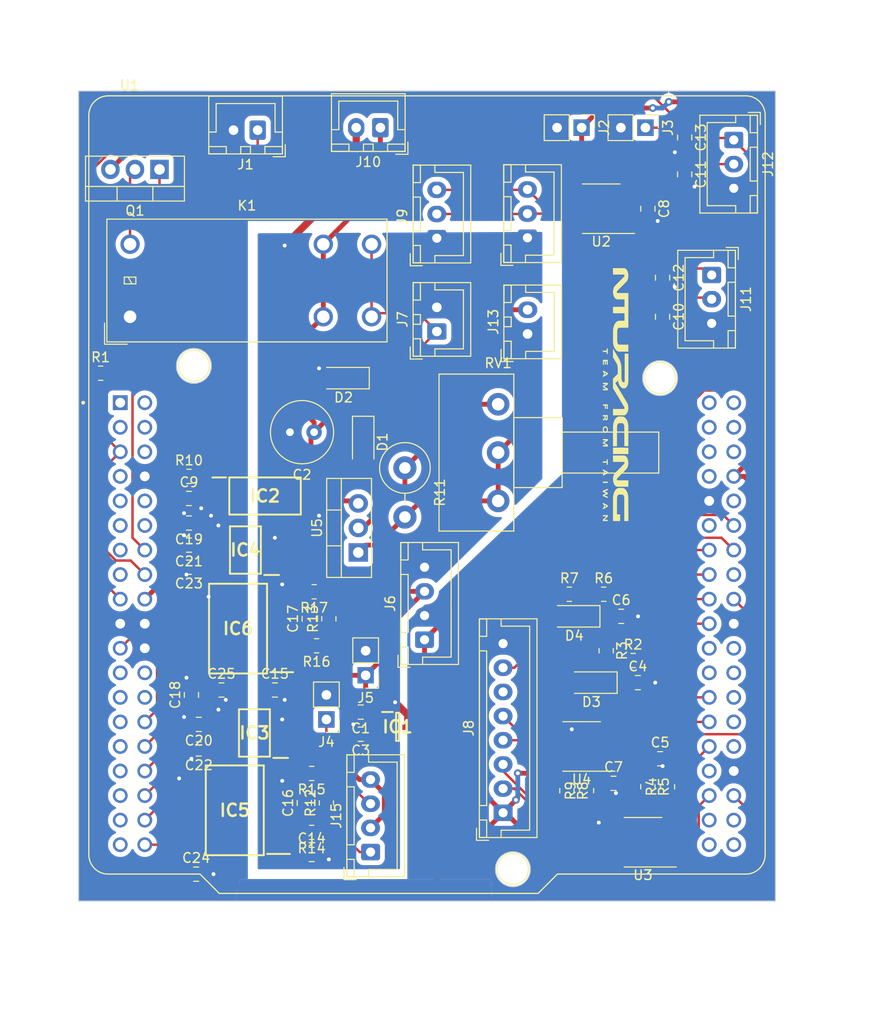
<source format=kicad_pcb>
(kicad_pcb (version 20221018) (generator pcbnew)
  (title_block (title "rearbox nucleo 1") (date "2024-03-09") (rev "1.0") (company "NTURacing") (comment 1 "郭哲明") (comment 2 "electrical group"))
  (layers (0 "F.Cu" signal) (31 "B.Cu" signal) (34 "B.Paste" user) (35 "F.Paste" user) (36 "B.SilkS" user "B.Silkscreen") (37 "F.SilkS" user "F.Silkscreen") (38 "B.Mask" user) (39 "F.Mask" user) (44 "Edge.Cuts" user))
  (net 0 "")
  (net 1 "+24V")
  (net 2 "GND")
  (net 3 "GNDPWR")
  (net 4 "+5VD")
  (net 5 "APPSmicro")
  (net 6 "Net-(C5-Pad1)")
  (net 7 "brakemicro")
  (net 8 "Net-(C7-Pad1)")
  (net 9 "+5V")
  (net 10 "brake_trigger")
  (net 11 "suspension_RL")
  (net 12 "suspension_RR")
  (net 13 "+3V3")
  (net 14 "Net-(IC5-VINP)")
  (net 15 "Net-(IC5-VINN)")
  (net 16 "Net-(IC6-VINP)")
  (net 17 "Net-(IC6-VINN)")
  (net 18 "Net-(IC3-FILTER)")
  (net 19 "Net-(IC4-FILTER)")
  (net 20 "oilpressure_current_1")
  (net 21 "oilpressure_current_2")
  (net 22 "Net-(D1-A)")
  (net 23 "Net-(Q1-E)")
  (net 24 "APPSmicro_raw")
  (net 25 "brakemicro_raw")
  (net 26 "Net-(IC2-ANODE)")
  (net 28 "brakelight_output")
  (net 29 "Net-(IC3-IP+_1)")
  (net 30 "Net-(IC4-IP+_1)")
  (net 31 "oilpressure_shunt_1N")
  (net 32 "oilpressure_shunt_1P")
  (net 33 "oilpressure_shunt_2N")
  (net 34 "oilpressure_shunt_2P")
  (net 35 "RESET")
  (net 36 "RS485_1A")
  (net 37 "RS485_1B")
  (net 38 "RS485_2A")
  (net 39 "RS485_2B")
  (net 40 "CANH")
  (net 41 "CANL")
  (net 42 "brakePressure1")
  (net 43 "brakePressure2")
  (net 44 "Net-(Q1-B)")
  (net 45 "buzzer_switch")
  (net 77 "CAN_TX")
  (net 78 "CAN_RX")
  (net 80 "RS485_2_RX")
  (net 85 "RS485_2_TX")
  (net 87 "RS485_2_mode")
  (net 89 "RS485_1_mode")
  (net 92 "RS485_1_RX")
  (net 93 "RS485_1_TX")
  (net 98 "Net-(U5-VO)")
  (net 99 "Net-(J13-Pin_2)")
  (footprint "SamacSys_Parts:SOT127P1000X230-6N" (layer "F.Cu") (at 128.27 96.52)
    (fp_text reference "IC2")
    (fp_text value "TLP5702_TP,E" hide)
  )
  (footprint "Capacitor_SMD:C_0805_2012Metric" (layer "F.Cu") (at 121.412 122.682 180)
    (fp_text reference "C22")
    (fp_text value "100n")
  )
  (footprint "Resistor_SMD:R_0805_2012Metric" (layer "F.Cu") (at 163.322 106.68)
    (fp_text reference "R6")
    (fp_text value "4k7")
  )
  (footprint "SamacSys_Parts:SOP254P1040X485-8N" (layer "F.Cu") (at 125.476 110.236 180)
    (fp_text reference "IC6")
    (fp_text value "AMC1200SDUBR" hide)
  )
  (footprint "Resistor_SMD:R_0805_2012Metric" (layer "F.Cu") (at 159.766 106.68)
    (fp_text reference "R7")
    (fp_text value "4k7")
  )
  (footprint "Relay_THT:Relay_SPST_Omron_G2RL-1A-E" (layer "F.Cu") (at 114.3 77.978 90)
    (fp_text reference "K1")
    (fp_text value "Relay_SPST-NO")
  )
  (footprint "Package_SO:SOIC-8_3.9x4.9mm_P1.27mm" (layer "F.Cu") (at 163.068 66.802 180)
    (fp_text reference "U2")
    (fp_text value "TJA1051T-3")
  )
  (footprint "Package_SO:SOIC-8_3.9x4.9mm_P1.27mm" (layer "F.Cu") (at 167.386 132.334 180)
    (fp_text reference "U3")
    (fp_text value "MAX487E")
  )
  (footprint "Connector_JST:JST_XH_B4B-XH-A_1x04_P2.50mm_Vertical" (layer "F.Cu") (at 144.78 111.386 90)
    (fp_text reference "J6")
    (fp_text value "power board")
  )
  (footprint "nturt_kicad_lib:MODULE_NUCLEO-G474RE" (layer "F.Cu") (at 145.034 96.378)
    (fp_text reference "U1")
    (fp_text value "NUCLEO-G474RE")
  )
  (footprint "Capacitor_SMD:C_0805_2012Metric" (layer "F.Cu") (at 138.176 121.158 180)
    (fp_text reference "C3")
    (fp_text value "10u")
  )
  (footprint "Resistor_SMD:R_0805_2012Metric" (layer "F.Cu") (at 163.576 112.522 -90)
    (fp_text reference "R3")
    (fp_text value "4k7")
  )
  (footprint "Capacitor_SMD:C_0805_2012Metric" (layer "F.Cu") (at 133.096 133.604)
    (fp_text reference "C14")
    (fp_text value "100n")
  )
  (footprint "Resistor_SMD:R_0805_2012Metric" (layer "F.Cu") (at 134.62 128.27 90)
    (fp_text reference "R12")
    (fp_text value "shunt")
  )
  (footprint "Resistor_SMD:R_0805_2012Metric" (layer "F.Cu") (at 159.512 127 -90)
    (fp_text reference "R8")
    (fp_text value "60R")
  )
  (footprint "Capacitor_SMD:C_0805_2012Metric" (layer "F.Cu") (at 132.334 128.27 90)
    (fp_text reference "C16")
    (fp_text value "330p")
  )
  (footprint "Connector_JST:JST_XH_B3B-XH-A_1x03_P2.50mm_Vertical" (layer "F.Cu") (at 174.498 73.66 -90)
    (fp_text reference "J11")
    (fp_text value "suspension RL")
  )
  (footprint "Resistor_SMD:R_0805_2012Metric" (layer "F.Cu") (at 111.252 83.82)
    (fp_text reference "R1")
    (fp_text value "R_Small")
  )
  (footprint "Connector_JST:JST_XH_B8B-XH-A_1x08_P2.50mm_Vertical" (layer "F.Cu") (at 152.908 129.286 90)
    (fp_text reference "J8")
    (fp_text value "pedal & steering")
  )
  (footprint "Potentiometer_THT:Potentiometer_Piher_T-16H_Single_Horizontal" (layer "F.Cu") (at 152.4 97.028)
    (fp_text reference "RV1")
    (fp_text value "2R2")
  )
  (footprint "SamacSys_Parts:SOIC127P600X175-8N" (layer "F.Cu") (at 127.172 121.031 180)
    (fp_text reference "IC3")
    (fp_text value "ACS724LLCTR-05AB-T" hide)
  )
  (footprint "Resistor_SMD:R_0805_2012Metric" (layer "F.Cu") (at 167.894 126.5955 -90)
    (fp_text reference "R5")
    (fp_text value "60R")
  )
  (footprint "Diode_SMD:D_MiniMELF" (layer "F.Cu") (at 136.398 84.328 180)
    (fp_text reference "D2")
    (fp_text value "1N4148")
  )
  (footprint "Connector_JST:JST_XH_B2B-XH-A_1x02_P2.50mm_Vertical" (layer "F.Cu") (at 127.508 58.674 180)
    (fp_text reference "J1")
    (fp_text value "reset")
  )
  (footprint "Resistor_THT:R_Axial_DIN0516_L15.5mm_D5.0mm_P5.08mm_Vertical" (layer "F.Cu") (at 142.748 93.614 -90)
    (fp_text reference "R11")
    (fp_text value "4R7")
  )
  (footprint "SamacSys_Parts:SOIC127P600X175-8N" (layer "F.Cu") (at 126.238 102.108 180)
    (fp_text reference "IC4")
    (fp_text value "ACS724LLCTR-05AB-T" hide)
  )
  (footprint "Capacitor_SMD:C_0805_2012Metric" (layer "F.Cu") (at 120.396 96.774)
    (fp_text reference "C9")
    (fp_text value "100n")
  )
  (footprint "Capacitor_SMD:C_0805_2012Metric" (layer "F.Cu") (at 120.396 99.314 180)
    (fp_text reference "C19")
    (fp_text value "1n")
  )
  (footprint "Connector_JST:JST_XH_B4B-XH-A_1x04_P2.50mm_Vertical" (layer "F.Cu") (at 139.192 133.35 90)
    (fp_text reference "J15")
    (fp_text value "oilpressure")
  )
  (footprint "Capacitor_SMD:C_0805_2012Metric" (layer "F.Cu") (at 167.894 66.802 -90)
    (fp_text reference "C8")
    (fp_text value "100n")
  )
  (footprint "Capacitor_SMD:C_0805_2012Metric" (layer "F.Cu") (at 169.418 73.9375 -90)
    (fp_text reference "C12")
    (fp_text value "1u")
  )
  (footprint "Capacitor_SMD:C_0805_2012Metric" (layer "F.Cu") (at 129.286 116.586)
    (fp_text reference "C15")
    (fp_text value "100n")
  )
  (footprint "Capacitor_SMD:C_0805_2012Metric" (layer "F.Cu") (at 166.859 115.824)
    (fp_text reference "C4")
    (fp_text value "220p")
  )
  (footprint "Diode_SMD:D_MiniMELF" (layer "F.Cu") (at 160.274 108.966 180)
    (fp_text reference "D4")
    (fp_text value "1N4148")
  )
  (footprint "Capacitor_SMD:C_0805_2012Metric" (layer "F.Cu") (at 165.1375 108.966)
    (fp_text reference "C6")
    (fp_text value "220p")
  )
  (footprint "Capacitor_SMD:C_0805_2012Metric" (layer "F.Cu") (at 169.418 77.978 -90)
    (fp_text reference "C10")
    (fp_text value "1u")
  )
  (footprint "Capacitor_SMD:C_0805_2012Metric" (layer "F.Cu") (at 120.396 103.886 180)
    (fp_text reference "C23")
    (fp_text value "100n")
  )
  (footprint "Package_TO_SOT_THT:TO-220-3_Vertical" (layer "F.Cu") (at 117.348 62.738 180)
    (fp_text reference "Q1")
    (fp_text value "2SC1945")
  )
  (footprint "Diode_SMD:D_MiniMELF" (layer "F.Cu") (at 162.052 115.824 180)
    (fp_text reference "D3")
    (fp_text value "1N4148")
  )
  (footprint "Capacitor_SMD:C_0805_2012Metric" (layer "F.Cu") (at 169.164 123.698)
    (fp_text reference "C5")
    (fp_text value "220p")
  )
  (footprint "Capacitor_SMD:C_0805_2012Metric" (layer "F.Cu") (at 121.412 120.142 180)
    (fp_text reference "C20")
    (fp_text value "1n")
  )
  (footprint "Capacitor_SMD:C_0805_2012Metric" (layer "F.Cu") (at 120.396 101.6 180)
    (fp_text reference "C21")
    (fp_text value "1n")
  )
  (footprint "SamacSys_Parts:SOT96P240X110-3N" (layer "F.Cu") (at 141.986 120.396)
    (fp_text reference "IC1")
    (fp_text value "AP7375-50SA-7" hide)
  )
  (footprint "Capacitor_SMD:C_0805_2012Metric" (layer "F.Cu") (at 132.842 109.22 90)
    (fp_text reference "C17")
    (fp_text value "330p")
  )
  (footprint "Resistor_SMD:R_0805_2012Metric" (layer "F.Cu") (at 133.604 112.014 180)
    (fp_text reference "R16")
    (fp_text value "12R")
  )
  (footprint "Package_SO:SOIC-8_3.9x4.9mm_P1.27mm" (layer "F.Cu") (at 161.036 122.428 180)
    (fp_text reference "U4")
    (fp_text value "MAX487E")
  )
  (footprint "Resistor_SMD:R_0805_2012Metric" (layer "F.Cu") (at 166.37 113.538)
    (fp_text reference "R2")
    (fp_text value "4k7")
  )
  (footprint "Capacitor_SMD:C_0805_2012Metric" (layer "F.Cu") (at 138.176 118.872 180)
    (fp_text reference "C1")
    (fp_text value "1u")
  )
  (footprint "Resistor_SMD:R_0805_2012Metric" (layer "F.Cu") (at 133.096 131.318 180)
    (fp_text reference "R14")
    (fp_text value "12R")
  )
  (footprint "Resistor_SMD:R_0805_2012Metric" (layer "F.Cu") (at 133.096 125.222 180)
    (fp_text reference "R15")
    (fp_text value "12R")
  )
  (footprint "Connector_JST:JST_XH_B2B-XH-A_1x02_P2.50mm_Vertical" (layer "F.Cu") (at 155.448 79.756 90)
    (fp_text reference "J13")
    (fp_text value "brake light")
  )
  (footprint "Connector_JST:JST_XH_B3B-XH-A_1x03_P2.50mm_Vertical" (layer "F.Cu") (at 146.05 69.85 90)
    (fp_text reference "J9")
    (fp_text value "front CAN")
  )
  (footprint "Capacitor_THT:C_Radial_D6.3mm_H11.0mm_P2.50mm" (layer "F.Cu") (at 133.35 89.916 180)
    (fp_text reference "C2")
    (fp_text value "100u")
  )
  (footprint "Resistor_SMD:R_0805_2012Metric" (layer "F.Cu") (at 161.544 127 90)
    (fp_text reference "R9")
    (fp_text value "60R")
  )
  (footprint "Connector_JST:JST_XH_B3B-XH-A_1x03_P2.50mm_Vertical" (layer "F.Cu") (at 155.431 69.81 90)
    (fp_text reference "J14" hide)
    (fp_text value "rear CAN ")
  )
  (footprint "Connector_PinHeader_2.54mm:PinHeader_1x02_P2.54mm_Vertical" (layer "F.Cu") (at 138.684 115.067 180)
    (fp_text reference "J5")
    (fp_text value "test_24V")
  )
  (footprint "Resistor_SMD:R_0805_2012Metric" (layer "F.Cu") (at 169.926 126.5955 90)
    (fp_text reference "R4")
    (fp_text value "60R")
  )
  (footprint "Capacitor_SMD:C_0805_2012Metric" (layer "F.Cu") (at 120.65 117.094 90)
    (fp_text reference "C18")
    (fp_text value "1n")
  )
  (footprint "Capacitor_SMD:C_0805_2012Metric" (layer "F.Cu") (at 123.764 116.586)
    (fp_text reference "C25")
    (fp_text value "100n")
  )
  (footprint "Connector_PinHeader_2.54mm:PinHeader_1x02_P2.54mm_Vertical" (layer "F.Cu") (at 167.64 58.42 -90)
    (fp_text reference "J3")
    (fp_text value "test_3V3")
  )
  (footprint "Diode_SMD:D_MiniMELF" (layer "F.Cu") (at 138.43 90.932 -90)
    (fp_text reference "D1")
    (fp_text value "1N4148")
  )
  (footprint "Resistor_SMD:R_0805_2012Metric" (layer "F.Cu") (at 120.396 94.488)
    (fp_text reference "R10")
    (fp_text value "220R")
  )
  (footprint "Resistor_SMD:R_0805_2012Metric" (layer "F.Cu") (at 133.35 106.426 180)
    (fp_text reference "R17")
    (fp_text value "12R")
  )
  (footprint "Connector_JST:JST_XH_B3B-XH-A_1x03_P2.50mm_Vertical" (layer "F.Cu") (at 176.784 59.69 -90)
    (fp_text reference "J12")
    (fp_text value "suspension RR")
  )
  (footprint "Connector_PinHeader_2.54mm:PinHeader_1x02_P2.54mm_Vertical" (layer "F.Cu") (at 161.036 58.42 -90)
    (fp_text reference "J2")
    (fp_text value "test_5V")
  )
  (footprint "Connector_PinHeader_2.54mm:PinHeader_1x02_P2.54mm_Vertical" (layer "F.Cu") (at 134.62 119.634 180)
    (fp_text reference "J4")
    (fp_text value "test_5Vpwr")
  )
  (footprint "Connector_JST:JST_XH_B2B-XH-A_1x02_P2.50mm_Vertical" (layer "F.Cu") (at 140.208 58.42 180)
    (fp_text reference "J10")
    (fp_text value "front 24V")
  )
  (footprint "Capacitor_SMD:C_0805_2012Metric" (layer "F.Cu") (at 121.142 135.636)
    (fp_text reference "C24")
    (fp_text value "100n")
  )
  (footprint "Capacitor_SMD:C_0805_2012Metric" (layer "F.Cu") (at 171.704 59.436 -90)
    (fp_text reference "C13")
    (fp_text value "1u")
  )
  (footprint "Package_TO_SOT_THT:TO-220-3_Vertical" (layer "F.Cu") (at 137.922 102.362 90)
    (fp_text reference "U5")
    (fp_text value "LM317L_TO92")
  )
  (footprint "Capacitor_SMD:C_0805_2012Metric" (layer "F.Cu") (at 164.338 126.238)
    (fp_text reference "C7")
    (fp_text value "220p")
  )
  (footprint "Resistor_SMD:R_0805_2012Metric" (layer "F.Cu") (at 134.874 109.22 90)
    (fp_text reference "R13")
    (fp_text value "shunt")
  )
  (footprint "Connector_JST:JST_XH_B2B-XH-A_1x02_P2.50mm_Vertical" (layer "F.Cu") (at 146.05 79.502 90)
    (fp_text reference "J7")
    (fp_text value "buzzer")
  )
  (footprint "SamacSys_Parts:SOP254P1040X485-8N" (layer "F.Cu") (at 125.14 129.032 180)
    (fp_text reference "IC5")
    (fp_text value "AMC1200SDUBR" hide)
  )
  (footprint "Capacitor_SMD:C_0805_2012Metric" (layer "F.Cu") (at 171.704 63.246 -90)
    (fp_text reference "C11")
    (fp_text value "1u")
  )
  (gr_poly (pts (xy 163.633003 82.942651) (xy 163.633003 82.577173) (xy 163.594197 82.574351) (xy 163.555392 82.572234) (xy 163.555392 82.921484) (xy 163.442503 82.921484) (xy 163.442503 82.575762) (xy 163.403697 82.575762) (xy 163.395856 82.575731) (xy 163.388329 82.575641) (xy 163.381299 82.575502) (xy 163.374946 82.575321) (xy 163.369453 82.575108) (xy 163.365002 82.574869) (xy 163.361774 82.574614) (xy 163.360677 82.574483) (xy 163.359953 82.574351) (xy 163.359292 82.575063) (xy 163.358633 82.577664) (xy 163.357329 82.588153) (xy 163.356058 82.605059) (xy 163.354837 82.62762) (xy 163.35261 82.686666) (xy 163.35078 82.759206) (xy 163.347253 82.946179) (xy 163.241419 82.946179) (xy 163.239303 82.687239) (xy 163.237892 82.427595) (xy 163.745891 82.427595) (xy 163.745891 82.942651)) (fill solid) (layer "F.SilkS"))
  (gr_poly (pts (xy 163.580086 95.975671) (xy 163.515781 96.001358) (xy 163.463052 96.022944) (xy 163.442744 96.031496) (xy 163.427388 96.038179) (xy 163.417672 96.042713) (xy 163.415143 96.044086) (xy 163.414498 96.044534) (xy 163.41428 96.044816) (xy 163.415143 96.045538) (xy 163.417672 96.046886) (xy 163.427388 96.051321) (xy 163.463052 96.06616) (xy 163.515781 96.087084) (xy 163.580086 96.111845) (xy 163.745891 96.175344) (xy 163.74448 96.25225) (xy 163.742364 96.328449) (xy 163.710614 96.341149) (xy 163.538458 96.40465) (xy 163.398758 96.456157) (xy 163.570208 96.524594) (xy 163.742364 96.59374) (xy 163.74448 96.664999) (xy 163.744647 96.679404) (xy 163.744624 96.692792) (xy 163.744418 96.704873) (xy 163.74404 96.715359) (xy 163.743788 96.719913) (xy 163.743495 96.72396) (xy 163.743164 96.727462) (xy 163.742794 96.730385) (xy 163.742387 96.732693) (xy 163.741943 96.734347) (xy 163.741708 96.734919) (xy 163.741465 96.735314) (xy 163.741213 96.735528) (xy 163.740952 96.735556) (xy 163.719444 96.72764) (xy 163.664664 96.706099) (xy 163.488364 96.635366) (xy 163.241419 96.535178) (xy 163.241419 96.381367) (xy 163.405814 96.317866) (xy 163.469236 96.292807) (xy 163.496735 96.281713) (xy 163.520555 96.271917) (xy 163.540041 96.263675) (xy 163.554543 96.257244) (xy 163.559719 96.254788) (xy 163.563405 96.25288) (xy 163.565517 96.251553) (xy 163.565958 96.251118) (xy 163.565975 96.250839) (xy 163.563679 96.249472) (xy 163.558589 96.247047) (xy 163.541281 96.23955) (xy 163.516564 96.229408) (xy 163.486953 96.217678) (xy 163.407666 96.186985) (xy 163.324675 96.154177) (xy 163.237892 96.121017) (xy 163.237892 95.970029) (xy 163.486953 95.869838) (xy 163.583592 95.830967) (xy 163.663694 95.799107) (xy 163.718926 95.777566) (xy 163.734611 95.771698) (xy 163.740952 95.76965) (xy 163.741215 95.769742) (xy 163.741473 95.770016) (xy 163.741975 95.771089) (xy 163.742456 95.772831) (xy 163.742915 95.775207) (xy 163.743756 95.781705) (xy 163.74448 95.790288) (xy 163.745073 95.800657) (xy 163.745517 95.812513) (xy 163.745795 95.825561) (xy 163.745891 95.839501) (xy 163.745891 95.90935)) (fill solid) (layer "F.SilkS"))
  (gr_poly (pts (xy 163.756872 89.659339) (xy 163.756475 89.67365) (xy 163.754655 89.701558) (xy 163.751839 89.728138) (xy 163.750056 89.740934) (xy 163.748023 89.753404) (xy 163.745738 89.765547) (xy 163.743202 89.777367) (xy 163.740413 89.788864) (xy 163.737372 89.800041) (xy 163.734077 89.810898) (xy 163.730529 89.821437) (xy 163.726727 89.83166) (xy 163.72267 89.841568) (xy 163.718357 89.851163) (xy 163.713789 89.860446) (xy 163.708964 89.86942) (xy 163.703883 89.878084) (xy 163.698544 89.886442) (xy 163.692947 89.894495) (xy 163.687092 89.902243) (xy 163.680978 89.90969) (xy 163.674605 89.916835) (xy 163.667972 89.923682) (xy 163.661078 89.93023) (xy 163.653923 89.936483) (xy 163.646507 89.942441) (xy 163.638829 89.948106) (xy 163.630888 89.953479) (xy 163.622684 89.958563) (xy 163.614217 89.963358) (xy 163.605486 89.967867) (xy 163.593197 89.97378) (xy 163.587586 89.97624) (xy 163.582181 89.978395) (xy 163.576866 89.980264) (xy 163.571528 89.981869) (xy 163.566054 89.983227) (xy 163.56033 89.984359) (xy 163.554243 89.985284) (xy 163.547677 89.986022) (xy 163.540521 89.986593) (xy 163.532659 89.987016) (xy 163.514367 89.987497) (xy 163.491891 89.987623) (xy 163.470788 89.987477) (xy 163.461558 89.987278) (xy 163.453108 89.986983) (xy 163.44536 89.98658) (xy 163.438239 89.98606) (xy 163.431667 89.985411) (xy 163.425569 89.984624) (xy 163.419868 89.983688) (xy 163.414487 89.982593) (xy 163.40935 89.981328) (xy 163.404381 89.979883) (xy 163.399502 89.978249) (xy 163.394638 89.976413) (xy 163.389712 89.974367) (xy 163.384647 89.9721) (xy 163.36568 89.962402) (xy 163.347936 89.951298) (xy 163.331416 89.938792) (xy 163.31612 89.924883) (xy 163.302047 89.909572) (xy 163.289199 89.892861) (xy 163.277573 89.874751) (xy 163.267172 89.855242) (xy 163.257994 89.834336) (xy 163.25004 89.812034) (xy 163.24331 89.788336) (xy 163.237803 89.763245) (xy 163.23352 89.73676) (xy 163.230461 89.708882) (xy 163.228625 89.679614) (xy 163.228014 89.648956) (xy 163.228263 89.629323) (xy 163.229012 89.610247) (xy 163.230257 89.591729) (xy 163.231998 89.573773) (xy 163.234231 89.556379) (xy 163.236957 89.539552) (xy 163.240173 89.523292) (xy 163.243878 89.507602) (xy 163.248069 89.492485) (xy 163.252745 89.477943) (xy 163.257905 89.463978) (xy 163.263546 89.450593) (xy 163.269668 89.437789) (xy 163.276268 89.42557) (xy 163.283345 89.413937) (xy 163.290896 89.402893) (xy 163.298921 89.39244) (xy 163.307418 89.382581) (xy 163.316385 89.373318) (xy 163.32582 89.364652) (xy 163.335722 89.356588) (xy 163.346088 89.349126) (xy 163.356918 89.342269) (xy 163.36821 89.33602) (xy 163.379961 89.33038) (xy 163.392171 89.325352) (xy 163.404837 89.320939) (xy 163.417958 89.317143) (xy 163.431533 89.313966) (xy 163.445559 89.31141) (xy 163.460034 89.309478) (xy 163.474958 89.308172) (xy 163.488902 89.307609) (xy 163.491186 89.307614) (xy 163.491186 89.447872) (xy 163.48154 89.448109) (xy 163.472181 89.448817) (xy 163.463113 89.449993) (xy 163.454337 89.451632) (xy 163.445858 89.453731) (xy 163.437676 89.456285) (xy 163.429795 89.459291) (xy 163.422218 89.462743) (xy 163.414947 89.46664) (xy 163.407984 89.470975) (xy 163.401332 89.475746) (xy 163.394993 89.480949) (xy 163.388972 89.486579) (xy 163.383268 89.492632) (xy 163.377887 89.499104) (xy 163.372829 89.505992) (xy 163.368098 89.513291) (xy 163.363696 89.520998) (xy 163.359626 89.529108) (xy 163.35589 89.537617) (xy 163.352491 89.546521) (xy 163.349432 89.555817) (xy 163.344342 89.575567) (xy 163.340642 89.596834) (xy 163.338351 89.619586) (xy 163.33749 89.643792) (xy 163.33808 89.669418) (xy 163.339901 89.691686) (xy 163.341186 89.702258) (xy 163.342722 89.712458) (xy 163.34451 89.722286) (xy 163.346551 89.731744) (xy 163.348847 89.740833) (xy 163.351398 89.749553) (xy 163.354205 89.757907) (xy 163.35727 89.765895) (xy 163.360593 89.773518) (xy 163.364175 89.780778) (xy 163.368018 89.787675) (xy 163.372122 89.794212) (xy 163.376489 89.800389) (xy 163.381119 89.806207) (xy 163.386014 89.811667) (xy 163.391175 89.816771) (xy 163.396602 89.821519) (xy 163.402297 89.825914) (xy 163.408261 89.829955) (xy 163.414494 89.833645) (xy 163.420998 89.836984) (xy 163.427774 89.839974) (xy 163.434823 89.842615) (xy 163.442146 89.844909) (xy 163.449743 89.846858) (xy 163.457617 89.848461) (xy 163.465767 89.849721) (xy 163.474196 89.850638) (xy 163.482904 89.851214) (xy 163.491891 89.85145) (xy 163.503792 89.851142) (xy 163.51516 89.850215) (xy 163.520648 89.849516) (xy 163.526009 89.848659) (xy 163.531243 89.847643) (xy 163.536353 89.846467) (xy 163.541339 89.845129) (xy 163.546204 89.843629) (xy 163.55095 89.841966) (xy 163.555577 89.840139) (xy 163.560089 89.838146) (xy 163.564486 89.835987) (xy 163.568769 89.83366) (xy 163.572942 89.831165) (xy 163.577005 89.828501) (xy 163.58096 89.825666) (xy 163.584809 89.822659) (xy 163.588554 89.81948) (xy 163.592196 89.816127) (xy 163.595736 89.812599) (xy 163.599177 89.808896) (xy 163.60252 89.805016) (xy 163.605767 89.800958) (xy 163.60892 89.796722) (xy 163.61198 89.792305) (xy 163.614949 89.787708) (xy 163.62062 89.777967) (xy 163.625947 89.76749) (xy 163.629972 89.757896) (xy 163.633576 89.746967) (xy 163.63675 89.734885) (xy 163.639485 89.721838) (xy 163.641774 89.708009) (xy 163.643608 89.693584) (xy 163.644979 89.678747) (xy 163.645879 89.663684) (xy 163.6463 89.64858) (xy 163.646232 89.633619) (xy 163.645668 89.618987) (xy 163.6446 89.604869) (xy 163.64302 89.59145) (xy 163.640918 89.578914) (xy 163.638287 89.567447) (xy 163.635119 89.557233) (xy 163.629759 89.543564) (xy 163.623986 89.530859) (xy 163.617786 89.519107) (xy 163.611142 89.508296) (xy 163.604039 89.498416) (xy 163.60031 89.493821) (xy 163.596461 89.489454) (xy 163.59249 89.485314) (xy 163.588394 89.4814) (xy 163.584172 89.47771) (xy 163.579821 89.474242) (xy 163.575341 89.470995) (xy 163.570728 89.467969) (xy 163.565981 89.46516) (xy 163.561098 89.462569) (xy 163.556077 89.460192) (xy 163.550916 89.45803) (xy 163.545614 89.456081) (xy 163.540167 89.454343) (xy 163.534575 89.452815) (xy 163.528835 89.451495) (xy 163.516904 89.449474) (xy 163.50436 89.44827) (xy 163.491186 89.447872) (xy 163.491186 89.307614) (xy 163.502551 89.307637) (xy 163.515902 89.308252) (xy 163.52895 89.30945) (xy 163.541689 89.311225) (xy 163.554116 89.313575) (xy 163.566226 89.316495) (xy 163.578013 89.319979) (xy 163.589475 89.324026) (xy 163.600604 89.328629) (xy 163.611398 89.333784) (xy 163.621852 89.339488) (xy 163.63196 89.345737) (xy 163.641718 89.352525) (xy 163.651122 89.359849) (xy 163.660167 89.367704) (xy 163.668848 89.376086) (xy 163.67716 89.384991) (xy 163.685099 89.394415) (xy 163.692661 89.404352) (xy 163.69984 89.4148) (xy 163.706632 89.425754) (xy 163.713033 89.43721) (xy 163.719037 89.449162) (xy 163.72464 89.461608) (xy 163.729837 89.474542) (xy 163.734624 89.487961) (xy 163.738996 89.50186) (xy 163.742949 89.516234) (xy 163.746477 89.531081) (xy 163.752242 89.562172) (xy 163.753697 89.572547) (xy 163.754888 89.584849) (xy 163.755814 89.598622) (xy 163.756475 89.613413) (xy 163.756872 89.628766) (xy 163.757004 89.644226)) (fill solid) (layer "F.SilkS"))
  (gr_poly (pts (xy 163.633003 81.827873) (xy 163.633003 81.616207) (xy 163.237892 81.616207) (xy 163.237892 81.475095) (xy 163.633003 81.475095) (xy 163.633003 81.263428) (xy 163.745891 81.263428) (xy 163.745891 81.827873)) (fill solid) (layer "F.SilkS"))
  (gr_poly (pts (xy 163.498242 97.760021) (xy 163.3215 97.852449) (xy 163.266268 97.881068) (xy 163.250583 97.889011) (xy 163.244242 97.89196) (xy 163.243913 97.891992) (xy 163.243589 97.891825) (xy 163.242956 97.890918) (xy 163.242346 97.889275) (xy 163.241761 97.886933) (xy 163.240682 97.880302) (xy 163.239744 97.871323) (xy 163.238971 97.860294) (xy 163.238388 97.847511) (xy 163.23802 97.833273) (xy 163.237892 97.817878) (xy 163.237892 97.740973) (xy 163.287281 97.716982) (xy 163.336669 97.692995) (xy 163.336669 97.414301) (xy 163.289397 97.391017) (xy 163.241419 97.367734) (xy 163.239303 97.292238) (xy 163.239106 97.276809) (xy 163.239049 97.262472) (xy 163.239141 97.249525) (xy 163.239391 97.238263) (xy 163.239806 97.228987) (xy 163.240077 97.225186) (xy 163.240394 97.221992) (xy 163.240756 97.219444) (xy 163.241164 97.217577) (xy 163.241386 97.216911) (xy 163.24162 97.21643) (xy 163.241866 97.216138) (xy 163.242125 97.216039) (xy 163.262376 97.225818) (xy 163.314709 97.252464) (xy 163.440827 97.317787) (xy 163.440827 97.471432) (xy 163.440563 97.471641) (xy 163.440039 97.472715) (xy 163.439523 97.474628) (xy 163.439019 97.477337) (xy 163.438066 97.484968) (xy 163.437211 97.495262) (xy 163.436489 97.507871) (xy 163.435932 97.522448) (xy 163.435574 97.538645) (xy 163.435447 97.556115) (xy 163.435447 97.643605) (xy 163.523642 97.600566) (xy 163.541206 97.591997) (xy 163.557663 97.583875) (xy 163.572631 97.576381) (xy 163.58573 97.569698) (xy 163.596581 97.564007) (xy 163.604802 97.55949) (xy 163.607808 97.557728) (xy 163.610014 97.556328) (xy 163.611373 97.555312) (xy 163.611719 97.554956) (xy 163.611836 97.554704) (xy 163.610236 97.553428) (xy 163.605686 97.55078) (xy 163.589225 97.542093) (xy 163.537312 97.516253) (xy 163.479974 97.488824) (xy 163.456734 97.478152) (xy 163.441092 97.47145) (xy 163.440827 97.471432) (xy 163.440827 97.317787) (xy 163.484131 97.340217) (xy 163.733897 97.47145) (xy 163.735776 97.47247) (xy 163.737451 97.473723) (xy 163.738934 97.475279) (xy 163.740236 97.477204) (xy 163.741369 97.479568) (xy 163.742343 97.482438) (xy 163.743171 97.485883) (xy 163.743863 97.489971) (xy 163.744431 97.494769) (xy 163.744887 97.500347) (xy 163.745506 97.514114) (xy 163.74581 97.531817) (xy 163.745891 97.554001) (xy 163.745891 97.630905)) (fill solid) (layer "F.SilkS"))
  (gr_poly (pts (xy 165.874553 77.314434) (xy 165.873141 79.107956) (xy 165.386308 79.111484) (xy 164.899475 79.115012) (xy 164.866314 79.134062) (xy 164.859283 79.138548) (xy 164.852467 79.143288) (xy 164.84585 79.148308) (xy 164.839414 79.15363) (xy 164.833144 79.15928) (xy 164.827023 79.165279) (xy 164.821034 79.171653) (xy 164.815161 79.178424) (xy 164.809387 79.185617) (xy 164.803696 79.193256) (xy 164.79807 79.201364) (xy 164.792495 79.209965) (xy 164.786953 79.219082) (xy 164.781427 79.22874) (xy 164.775901 79.238962) (xy 164.770358 79.249773) (xy 164.754147 79.282118) (xy 164.742136 79.312082) (xy 164.737509 79.32921) (xy 164.733697 79.349389) (xy 164.728201 79.40376) (xy 164.725021 79.484921) (xy 164.723527 79.602595) (xy 164.723086 79.986373) (xy 164.72314 80.174151) (xy 164.723384 80.319274) (xy 164.723942 80.427834) (xy 164.724377 80.470308) (xy 164.724938 80.505927) (xy 164.725639 80.535451) (xy 164.726497 80.559644) (xy 164.727526 80.579266) (xy 164.728741 80.59508) (xy 164.73016 80.607847) (xy 164.731797 80.618329) (xy 164.733667 80.627287) (xy 164.735786 80.635484) (xy 164.741503 80.654178) (xy 164.747783 80.672389) (xy 164.754597 80.690065) (xy 164.761914 80.707153) (xy 164.769701 80.7236) (xy 164.777929 80.739354) (xy 164.786566 80.754361) (xy 164.795582 80.76857) (xy 164.804944 80.781926) (xy 164.814623 80.794379) (xy 164.824588 80.805874) (xy 164.834806 80.81636) (xy 164.840001 80.821207) (xy 164.845248 80.825783) (xy 164.850543 80.83008) (xy 164.855882 80.834091) (xy 164.861261 80.83781) (xy 164.866677 80.841231) (xy 164.872125 80.844346) (xy 164.877603 80.84715) (xy 164.88885 80.852044) (xy 164.903686 80.855738) (xy 164.927882 80.858424) (xy 164.967208 80.860291) (xy 165.114339 80.862331) (xy 165.391247 80.863378) (xy 165.873141 80.864789) (xy 165.873141 81.584456) (xy 164.871252 81.584456) (xy 164.821864 81.568229) (xy 164.808178 81.56339) (xy 164.794627 81.558127) (xy 164.781198 81.552427) (xy 164.767878 81.54628) (xy 164.754653 81.539674) (xy 164.741509 81.532597) (xy 164.728434 81.525039) (xy 164.715413 81.516988) (xy 164.702434 81.508433) (xy 164.689483 81.499362) (xy 164.676546 81.489763) (xy 164.66361 81.479627) (xy 164.650662 81.46894) (xy 164.637688 81.457692) (xy 164.624674 81.445872) (xy 164.611608 81.433467) (xy 164.582829 81.404145) (xy 164.555237 81.372821) (xy 164.528846 81.339527) (xy 164.503669 81.304296) (xy 164.47972 81.267158) (xy 164.457013 81.228147) (xy 164.43556 81.187294) (xy 164.415376 81.144631) (xy 164.396472 81.10019) (xy 164.378864 81.054004) (xy 164.362565 81.006104) (xy 164.347587 80.956523) (xy 164.333945 80.905292) (xy 164.321651 80.852444) (xy 164.31072 80.79801) (xy 164.301164 80.742023) (xy 164.29219 80.671688) (xy 164.289431 80.62807) (xy 164.287582 80.567751) (xy 164.285884 80.363801) (xy 164.285641 79.993428) (xy 164.286082 79.683546) (xy 164.286683 79.567098) (xy 164.287582 79.473346) (xy 164.288811 79.400066) (xy 164.290404 79.345034) (xy 164.292394 79.306026) (xy 164.294814 79.280818) (xy 164.304024 79.219438) (xy 164.314715 79.159929) (xy 164.326883 79.102312) (xy 164.340521 79.046606) (xy 164.355622 78.992831) (xy 164.37218 78.941006) (xy 164.390189 78.891151) (xy 164.409643 78.843285) (xy 164.430536 78.797428) (xy 164.452861 78.753601) (xy 164.476612 78.711822) (xy 164.501784 78.672111) (xy 164.528369 78.634487) (xy 164.556363 78.598971) (xy 164.585757 78.565582) (xy 164.616547 78.53434) (xy 164.629091 78.522527) (xy 164.641359 78.511405) (xy 164.653405 78.500939) (xy 164.665285 78.491092) (xy 164.677054 78.481827) (xy 164.688766 78.47311) (xy 164.700476 78.464903) (xy 164.712238 78.45717) (xy 164.724108 78.449876) (xy 164.73614 78.442983) (xy 164.748389 78.436457) (xy 164.76091 78.43026) (xy 164.773758 78.424356) (xy 164.786987 78.41871) (xy 164.800652 78.413285) (xy 164.814808 78.408046) (xy 164.871252 78.38829) (xy 165.17323 78.386174) (xy 165.474503 78.384056) (xy 165.474503 77.615707) (xy 164.282114 77.615707) (xy 164.282114 76.952484) (xy 165.474503 76.952484) (xy 165.474503 76.183429) (xy 165.09068 76.183429) (xy 164.94732 76.183319) (xy 164.889018 76.183057) (xy 164.838621 76.182547) (xy 164.795367 76.181706) (xy 164.758496 76.180452) (xy 164.742216 76.179644) (xy 164.727248 76.178702) (xy 164.713494 76.177615) (xy 164.700861 76.176373) (xy 164.689253 76.174966) (xy 164.678575 76.173383) (xy 164.668733 76.171614) (xy 164.65963 76.169648) (xy 164.651172 76.167476) (xy 164.643264 76.165087) (xy 164.635811 76.162471) (xy 164.628718 76.159616) (xy 164.621889 76.156514) (xy 164.61523 76.153153) (xy 164.608645 76.149524) (xy 164.602039 76.145615) (xy 164.588386 76.13692) (xy 164.573508 76.126984) (xy 164.545262 76.106378) (xy 164.51823 76.082981) (xy 164.49245 76.05688) (xy 164.467961 76.028162) (xy 164.444805 75.996915) (xy 164.423018 75.963224) (xy 164.402641 75.927177) (xy 164.383714 75.888859) (xy 164.366274 75.84836) (xy 164.350362 75.805764) (xy 164.336017 75.761159) (xy 164.323279 75.714631) (xy 164.312185 75.666268) (xy 164.302776 75.616157) (xy 164.295091 75.564383) (xy 164.289169 75.511034) (xy 164.286355 75.474641) (xy 164.284776 75.437771) (xy 164.284413 75.400544) (xy 164.285245 75.363077) (xy 164.28725 75.325491) (xy 164.29041 75.287904) (xy 164.294701 75.250435) (xy 164.300105 75.213202) (xy 164.306601 75.176325) (xy 164.314167 75.139922) (xy 164.322783 75.104112) (xy 164.332429 75.069015) (xy 164.343083 75.034749) (xy 164.354725 75.001432) (xy 164.367335 74.969184) (xy 164.380891 74.938123) (xy 164.398076 74.903379) (xy 164.418749 74.869321) (xy 164.432291 74.850469) (xy 164.44898 74.829293) (xy 164.494839 74.77664) (xy 164.562393 74.704705) (xy 164.657712 74.606832) (xy 164.955919 74.306651) (xy 165.076892 74.185446) (xy 165.180352 74.081281) (xy 165.266846 73.993604) (xy 165.336919 73.921859) (xy 165.391117 73.865493) (xy 165.429986 73.823952) (xy 165.443843 73.808568) (xy 165.454072 73.796682) (xy 165.460741 73.788226) (xy 165.463919 73.783129) (xy 165.467286 73.773589) (xy 165.469987 73.763558) (xy 165.472032 73.753143) (xy 165.473433 73.742449) (xy 165.474202 73.731582) (xy 165.47435 73.720646) (xy 165.473887 73.709748) (xy 165.472827 73.698992) (xy 165.471179 73.688484) (xy 165.468956 73.678329) (xy 165.466168 73.668634) (xy 165.462828 73.659503) (xy 165.458946 73.651041) (xy 165.456805 73.647095) (xy 165.454533 73.643355) (xy 165.452132 73.639835) (xy 165.449602 73.636549) (xy 165.446946 73.633509) (xy 165.444164 73.630729) (xy 165.427936 73.615207) (xy 164.856436 73.613796) (xy 164.285641 73.611679) (xy 164.283525 73.282185) (xy 164.282114 72.951985) (xy 164.871252 72.951985) (xy 165.061602 72.952041) (xy 165.206469 72.952304) (xy 165.263982 72.952558) (xy 165.312689 72.952915) (xy 165.353444 72.953394) (xy 165.387102 72.954013) (xy 165.414517 72.954789) (xy 165.436544 72.95574) (xy 165.445805 72.956286) (xy 165.454039 72.956883) (xy 165.461353 72.957532) (xy 165.467855 72.958236) (xy 165.473651 72.958996) (xy 165.478847 72.959816) (xy 165.483552 72.960696) (xy 165.487871 72.961641) (xy 165.49578 72.963728) (xy 165.50343 72.966096) (xy 165.538448 72.980267) (xy 165.572266 72.998601) (xy 165.604795 73.020945) (xy 165.635942 73.047147) (xy 165.665618 73.077052) (xy 165.693732 73.110509) (xy 165.720192 73.147364) (xy 165.744907 73.187464) (xy 165.767786 73.230656) (xy 165.788739 73.276788) (xy 165.807675 73.325707) (xy 165.824502 73.377258) (xy 165.83913 73.431291) (xy 165.851468 73.48765) (xy 165.861424 73.546185) (xy 165.868908 73.60674) (xy 165.871267 73.63681) (xy 165.872568 73.673206) (xy 165.872877 73.713785) (xy 165.872259 73.756406) (xy 165.870782 73.798928) (xy 165.868511 73.83921) (xy 165.865512 73.875109) (xy 165.861852 73.904484) (xy 165.85723 73.932492) (xy 165.85209 73.959908) (xy 165.84643 73.986751) (xy 165.840245 74.013041) (xy 165.83353 74.038798) (xy 165.826283 74.064041) (xy 165.818497 74.08879) (xy 165.810171 74.113065) (xy 165.801298 74.136884) (xy 165.791876 74.160269) (xy 165.781899 74.183239) (xy 165.771365 74.205812) (xy 165.760268 74.228009) (xy 165.748605 74.24985) (xy 165.736372 74.271354) (xy 165.723564 74.29254) (xy 165.709668 74.309706) (xy 165.679996 74.342293) (xy 165.575573 74.451378) (xy 165.414795 74.6151) (xy 165.202158 74.828762) (xy 165.081216 74.95017) (xy 164.977836 75.05443) (xy 164.891455 75.14212) (xy 164.821511 75.213819) (xy 164.767442 75.270107) (xy 164.728686 75.311561) (xy 164.714875 75.326906) (xy 164.704681 75.338761) (xy 164.698034 75.347196) (xy 164.694864 75.352284) (xy 164.691497 75.361647) (xy 164.688796 75.371421) (xy 164.686751 75.381525) (xy 164.68535 75.391873) (xy 164.684581 75.402382) (xy 164.684433 75.412969) (xy 164.684896 75.42355) (xy 164.685956 75.434041) (xy 164.687604 75.444358) (xy 164.689827 75.454418) (xy 164.692615 75.464137) (xy 164.695955 75.473431) (xy 164.699837 75.482216) (xy 164.70425 75.490409) (xy 164.709181 75.497927) (xy 164.711837 75.501406) (xy 164.714619 75.504684) (xy 164.72873 75.520207) (xy 165.876669 75.520207)) (fill solid) (layer "F.SilkS"))
  (gr_poly (pts (xy 165.876602 83.742628) (xy 165.876129 84.126385) (xy 165.875614 84.277633) (xy 165.874846 84.405087) (xy 165.873774 84.511219) (xy 165.872348 84.598501) (xy 165.870516 84.669404) (xy 165.868229 84.726398) (xy 165.866898 84.750452) (xy 165.865435 84.771956) (xy 165.863832 84.791218) (xy 165.862084 84.808547) (xy 165.860184 84.824253) (xy 165.858125 84.838644) (xy 165.855902 84.852029) (xy 165.853509 84.864718) (xy 165.848183 84.889239) (xy 165.842097 84.914678) (xy 165.831263 84.956003) (xy 165.819155 84.99581) (xy 165.805808 85.034052) (xy 165.791253 85.070683) (xy 165.775524 85.105656) (xy 165.758654 85.138925) (xy 165.740676 85.170443) (xy 165.721623 85.200164) (xy 165.701529 85.22804) (xy 165.680426 85.254027) (xy 165.669506 85.266297) (xy 165.658347 85.278077) (xy 165.646952 85.289361) (xy 165.635325 85.300143) (xy 165.623471 85.310418) (xy 165.611394 85.320179) (xy 165.599098 85.329422) (xy 165.586587 85.338139) (xy 165.573865 85.346326) (xy 165.560936 85.353977) (xy 165.547805 85.361085) (xy 165.534475 85.367645) (xy 165.521088 85.37376) (xy 165.515056 85.37628) (xy 165.509273 85.378471) (xy 165.503598 85.380355) (xy 165.497888 85.381957) (xy 165.492 85.383298) (xy 165.485791 85.384402) (xy 165.47912 85.38529) (xy 165.471843 85.385987) (xy 165.463818 85.386513) (xy 165.454901 85.386893) (xy 165.433826 85.387304) (xy 165.407475 85.3874) (xy 165.383585 85.387022) (xy 165.363333 85.386354) (xy 165.354365 85.385883) (xy 165.346058 85.385305) (xy 165.33833 85.38461) (xy 165.331098 85.383785) (xy 165.32428 85.38282) (xy 165.317792 85.381702) (xy 165.311552 85.380422) (xy 165.305478 85.378967) (xy 165.299486 85.377326) (xy 165.293494 85.375487) (xy 165.28742 85.37344) (xy 165.28118 85.371172) (xy 165.238943 85.353151) (xy 165.198007 85.330919) (xy 165.158453 85.304595) (xy 165.120358 85.274302) (xy 165.0838 85.24016) (xy 165.04886 85.20229) (xy 165.015614 85.160813) (xy 164.984141 85.11585) (xy 164.954521 85.067522) (xy 164.926832 85.015949) (xy 164.901151 84.961253) (xy 164.877558 84.903555) (xy 164.856132 84.842975) (xy 164.83695 84.779635) (xy 164.820092 84.713655) (xy 164.805636 84.645157) (xy 164.792936 84.579539) (xy 164.661703 84.712184) (xy 164.529764 84.844123) (xy 165.144303 85.867178) (xy 165.583952 86.60272) (xy 165.722252 86.836347) (xy 165.778597 86.933978) (xy 165.789978 86.960909) (xy 165.801252 86.990544) (xy 165.812244 87.022345) (xy 165.822782 87.055775) (xy 165.832692 87.090296) (xy 165.841799 87.125371) (xy 165.849931 87.160463) (xy 165.856914 87.195034) (xy 165.860634 87.217631) (xy 165.863858 87.241637) (xy 165.868809 87.293095) (xy 165.871759 87.347843) (xy 165.8727 87.404319) (xy 165.871624 87.460961) (xy 165.868522 87.516206) (xy 165.863386 87.56849) (xy 165.860053 87.593034) (xy 165.856208 87.616252) (xy 165.845021 87.671352) (xy 165.831632 87.724378) (xy 165.816139 87.775187) (xy 165.798639 87.82364) (xy 165.789167 87.846939) (xy 165.779229 87.869596) (xy 165.768838 87.891594) (xy 165.758006 87.912915) (xy 165.746745 87.933541) (xy 165.735068 87.953455) (xy 165.722986 87.97264) (xy 165.710511 87.991077) (xy 165.697656 88.008749) (xy 165.684432 88.025639) (xy 165.670853 88.04173) (xy 165.65693 88.057002) (xy 165.642675 88.07144) (xy 165.6281 88.085025) (xy 165.613218 88.097739) (xy 165.598041 88.109566) (xy 165.58258 88.120488) (xy 165.566849 88.130487) (xy 165.550858 88.139545) (xy 165.534621 88.147645) (xy 165.518149 88.154769) (xy 165.501454 88.1609) (xy 165.48455 88.166021) (xy 165.467447 88.170113) (xy 165.450078 88.172266) (xy 165.418323 88.173982) (xy 165.306757 88.176197) (xy 165.12296 88.176958) (xy 164.857141 88.176462) (xy 164.285641 88.174345) (xy 164.283525 87.84485) (xy 164.282114 87.51465) (xy 165.425819 87.51465) (xy 165.442753 87.497718) (xy 165.445539 87.494752) (xy 165.448207 87.49155) (xy 165.453184 87.484491) (xy 165.45767 87.476643) (xy 165.461648 87.468106) (xy 165.465106 87.458982) (xy 165.468029 87.449373) (xy 165.470401 87.439379) (xy 165.47221 87.429102) (xy 165.473439 87.418643) (xy 165.474075 87.408103) (xy 165.474104 87.397584) (xy 165.47351 87.387187) (xy 165.47228 87.377013) (xy 165.470399 87.367164) (xy 165.467852 87.357741) (xy 165.464625 87.348845) (xy 165.285061 87.044574) (xy 164.86843 86.347662) (xy 164.282114 85.371172) (xy 164.282114 84.378456) (xy 164.529058 84.131512) (xy 164.776002 83.884567) (xy 164.776002 83.570595) (xy 164.775571 83.442965) (xy 164.774007 83.338677) (xy 164.772674 83.293919) (xy 164.770905 83.253356) (xy 164.768651 83.216441) (xy 164.76586 83.182628) (xy 164.762482 83.15137) (xy 164.758467 83.12212) (xy 164.753763 83.094331) (xy 164.748321 83.067457) (xy 164.742088 83.040951) (xy 164.735016 83.014266) (xy 164.727052 82.986856) (xy 164.718147 82.958173) (xy 164.705767 82.920791) (xy 164.692527 82.885732) (xy 164.676178 82.848772) (xy 164.654471 82.805685) (xy 164.625157 82.752246) (xy 164.585988 82.68423) (xy 164.469086 82.487568) (xy 164.282114 82.175712) (xy 164.283525 81.729095) (xy 164.285641 81.282479) (xy 164.592558 81.7933) (xy 164.784932 82.114681) (xy 164.848617 82.222074) (xy 164.895418 82.302182) (xy 164.928923 82.36119) (xy 164.941812 82.384714) (xy 164.952722 82.405282) (xy 164.962103 82.423667) (xy 164.970402 82.440642) (xy 164.985553 82.473456) (xy 165.000219 82.507857) (xy 165.014545 82.543969) (xy 165.041942 82.620444) (xy 165.067272 82.701102) (xy 165.090063 82.784166) (xy 165.109845 82.867858) (xy 165.126145 82.950401) (xy 165.138494 83.030017) (xy 165.143039 83.068172) (xy 165.146419 83.104929) (xy 165.148514 83.126139) (xy 165.150476 83.144968) (xy 165.151366 83.152829) (xy 165.152174 83.1593) (xy 165.152882 83.164118) (xy 165.153194 83.165824) (xy 165.153475 83.167017) (xy 165.15493 83.217928) (xy 165.156121 83.349933) (xy 165.157708 83.777324) (xy 165.158297 83.988918) (xy 165.15924 84.152061) (xy 165.159957 84.217871) (xy 165.160896 84.274458) (xy 165.162101 84.322785) (xy 165.163617 84.363816) (xy 165.165489 84.398513) (xy 165.167761 84.427839) (xy 165.170477 84.452759) (xy 165.173682 84.474235) (xy 165.177421 84.49323) (xy 165.181737 84.510709) (xy 165.186675 84.527633) (xy 165.19228 84.544966) (xy 165.200727 84.568056) (xy 165.210142 84.590179) (xy 165.220455 84.611262) (xy 165.231593 84.631232) (xy 165.243483 84.650016) (xy 165.256053 84.667539) (xy 165.269231 84.68373) (xy 165.282944 84.698514) (xy 165.289979 84.705355) (xy 165.29712 84.711817) (xy 165.30436 84.717891) (xy 165.311687 84.723568) (xy 165.319095 84.728837) (xy 165.326573 84.733691) (xy 165.334112 84.73812) (xy 165.341704 84.742115) (xy 165.349339 84.745666) (xy 165.357009 84.748765) (xy 165.364704 84.751402) (xy 165.372415 84.753568) (xy 165.380133 84.755254) (xy 165.38785 84.75645) (xy 165.395556 84.757149) (xy 165.403241 84.757339) (xy 165.410135 84.757096) (xy 165.416551 84.756613) (xy 165.422524 84.755868) (xy 165.425356 84.75539) (xy 165.42809 84.754837) (xy 165.430732 84.754206) (xy 165.433284 84.753496) (xy 165.435753 84.752701) (xy 165.438142 84.75182) (xy 165.440455 84.75085) (xy 165.442697 84.749788) (xy 165.444873 84.74863) (xy 165.446986 84.747373) (xy 165.449041 84.746016) (xy 165.451043 84.744554) (xy 165.452996 84.742985) (xy 165.454904 84.741306) (xy 165.456772 84.739514) (xy 165.458604 84.737605) (xy 165.460404 84.735578) (xy 165.462177 84.733428) (xy 165.463928 84.731153) (xy 165.46566 84.72875) (xy 165.469087 84.723549) (xy 165.472493 84.7178) (xy 165.475914 84.711479) (xy 165.492141 84.681845) (xy 165.494258 83.237573) (xy 165.495669 81.792595) (xy 165.876669 81.792595) (xy 165.876669 83.234045)) (fill solid) (layer "F.SilkS"))
  (gr_poly (pts (xy 163.633003 87.521706) (xy 163.633003 87.175983) (xy 163.548336 87.175983) (xy 163.548336 87.505478) (xy 163.495419 87.50689) (xy 163.442503 87.508301) (xy 163.442503 87.175983) (xy 163.237186 87.175983) (xy 163.239303 87.107544) (xy 163.241419 87.0384) (xy 163.484836 87.036283) (xy 163.580152 87.036019) (xy 163.659461 87.036284) (xy 163.714428 87.037077) (xy 163.730179 87.037673) (xy 163.734666 87.03802) (xy 163.736719 87.0384) (xy 163.737985 87.039436) (xy 163.739139 87.041827) (xy 163.741129 87.051133) (xy 163.742722 87.067236) (xy 163.743951 87.091053) (xy 163.74485 87.123501) (xy 163.74545 87.1655) (xy 163.745891 87.281817) (xy 163.745891 87.521706)) (fill solid) (layer "F.SilkS"))
  (gr_poly (pts (xy 163.745616 88.412411) (xy 163.745222 88.442154) (xy 163.744613 88.468705) (xy 163.743755 88.492333) (xy 163.742617 88.513308) (xy 163.741165 88.5319) (xy 163.739365 88.548378) (xy 163.737185 88.563012) (xy 163.735942 88.569722) (xy 163.734592 88.576072) (xy 163.733129 88.582096) (xy 163.731552 88.587828) (xy 163.729854 88.593301) (xy 163.728032 88.598549) (xy 163.726082 88.603606) (xy 163.724 88.608506) (xy 163.719422 88.617967) (xy 163.714266 88.627203) (xy 163.708497 88.636484) (xy 163.702263 88.644782) (xy 163.695236 88.652467) (xy 163.687467 88.659522) (xy 163.679007 88.66593) (xy 163.669906 88.671671) (xy 163.660215 88.676729) (xy 163.649984 88.681087) (xy 163.639264 88.684726) (xy 163.628107 88.68763) (xy 163.616561 88.68978) (xy 163.604679 88.691158) (xy 163.59251 88.691749) (xy 163.580106 88.691533) (xy 163.567517 88.690493) (xy 163.554793 88.688612) (xy 163.541986 88.685872) (xy 163.537087 88.684646) (xy 163.532426 88.683336) (xy 163.527979 88.681924) (xy 163.523719 88.680394) (xy 163.519619 88.678727) (xy 163.515656 88.676906) (xy 163.511801 88.674914) (xy 163.508031 88.672732) (xy 163.504318 88.670344) (xy 163.500638 88.667731) (xy 163.496963 88.664877) (xy 163.493269 88.661763) (xy 163.48953 88.658372) (xy 163.485719 88.654686) (xy 163.481811 88.650689) (xy 163.47778 88.646362) (xy 163.472111 88.640069) (xy 163.466822 88.633992) (xy 163.462029 88.628279) (xy 163.459855 88.625605) (xy 163.457848 88.623078) (xy 163.456023 88.620716) (xy 163.454395 88.618539) (xy 163.452977 88.616564) (xy 163.451785 88.61481) (xy 163.450832 88.613295) (xy 163.450134 88.61204) (xy 163.449705 88.611061) (xy 163.449595 88.610681) (xy 163.449558 88.610378) (xy 163.449526 88.609684) (xy 163.44943 88.608929) (xy 163.449274 88.608119) (xy 163.449062 88.607258) (xy 163.448796 88.606352) (xy 163.448479 88.605405) (xy 163.448115 88.604423) (xy 163.447706 88.603411) (xy 163.447256 88.602374) (xy 163.446768 88.601318) (xy 163.446244 88.600247) (xy 163.445689 88.599167) (xy 163.444494 88.596999) (xy 163.443208 88.594856) (xy 163.442059 88.593679) (xy 163.440434 88.593081) (xy 163.438286 88.593095) (xy 163.435568 88.593753) (xy 163.432235 88.59509) (xy 163.428239 88.597138) (xy 163.423534 88.59993) (xy 163.418073 88.603499) (xy 163.404699 88.613101) (xy 163.387745 88.626209) (xy 163.366839 88.643087) (xy 163.341608 88.664001) (xy 163.304037 88.694394) (xy 163.272817 88.719298) (xy 163.26058 88.728885) (xy 163.251121 88.736132) (xy 163.244837 88.740716) (xy 163.243009 88.74191) (xy 163.242125 88.742316) (xy 163.241728 88.741917) (xy 163.241335 88.740747) (xy 163.24057 88.736242) (xy 163.239855 88.729108) (xy 163.239214 88.719651) (xy 163.238673 88.708176) (xy 163.238255 88.694989) (xy 163.237987 88.680397) (xy 163.237892 88.664705) (xy 163.237892 88.587094) (xy 163.329614 88.511601) (xy 163.421336 88.436106) (xy 163.421336 88.290761) (xy 163.349369 88.290057) (xy 163.309884 88.28983) (xy 163.294329 88.289727) (xy 163.281272 88.289439) (xy 163.270493 88.288819) (xy 163.265889 88.28834) (xy 163.261771 88.287724) (xy 163.258114 88.286953) (xy 163.254888 88.286009) (xy 163.252066 88.284874) (xy 163.249621 88.283529) (xy 163.247526 88.281957) (xy 163.245752 88.28014) (xy 163.244273 88.278059) (xy 163.243061 88.275696) (xy 163.242087 88.273034) (xy 163.241326 88.270054) (xy 163.240748 88.266738) (xy 163.240328 88.263068) (xy 163.239847 88.254594) (xy 163.239662 88.244487) (xy 163.239303 88.218794) (xy 163.237186 88.14965) (xy 163.534225 88.14965) (xy 163.534225 88.287233) (xy 163.534225 88.405767) (xy 163.534244 88.425015) (xy 163.53431 88.442111) (xy 163.534439 88.457202) (xy 163.534644 88.470435) (xy 163.53494 88.481957) (xy 163.535341 88.491913) (xy 163.535586 88.496351) (xy 163.535862 88.500452) (xy 163.536172 88.504235) (xy 163.536518 88.507719) (xy 163.536901 88.510922) (xy 163.537322 88.513862) (xy 163.537785 88.516558) (xy 163.53829 88.519028) (xy 163.53884 88.521289) (xy 163.539436 88.523362) (xy 163.540079 88.525263) (xy 163.540773 88.527012) (xy 163.541519 88.528626) (xy 163.542318 88.530125) (xy 163.543172 88.531525) (xy 163.544083 88.532847) (xy 163.545054 88.534107) (xy 163.546085 88.535325) (xy 163.547178 88.536518) (xy 163.548336 88.537706) (xy 163.550176 88.539434) (xy 163.552121 88.541046) (xy 163.554163 88.542543) (xy 163.556296 88.543926) (xy 163.55851 88.545193) (xy 163.5608 88.546347) (xy 163.563159 88.547386) (xy 163.565578 88.548311) (xy 163.568051 88.549122) (xy 163.570571 88.54982) (xy 163.573129 88.550405) (xy 163.57572 88.550877) (xy 163.578336 88.551236) (xy 163.580969 88.551483) (xy 163.583613 88.551617) (xy 163.58626 88.55164) (xy 163.588902 88.551551) (xy 163.591533 88.551351) (xy 163.594146 88.55104) (xy 163.596733 88.550618) (xy 163.599286 88.550085) (xy 163.6018 88.549442) (xy 163.604265 88.548689) (xy 163.606676 88.547826) (xy 163.609026 88.546854) (xy 163.611305 88.545772) (xy 163.613509 88.544582) (xy 163.615628 88.543282) (xy 163.617657 88.541874) (xy 163.619587 88.540358) (xy 163.621412 88.538733) (xy 163.623125 88.537001) (xy 163.625253 88.534442) (xy 163.62715 88.531712) (xy 163.628835 88.528688) (xy 163.630324 88.525249) (xy 163.631635 88.521272) (xy 163.632786 88.516636) (xy 163.633795 88.511218) (xy 163.634678 88.504898) (xy 163.63614 88.489059) (xy 163.637313 88.468143) (xy 163.638337 88.441175) (xy 163.639353 88.407178) (xy 163.641469 88.292172) (xy 163.587847 88.28935) (xy 163.534225 88.287233) (xy 163.534225 88.14965) (xy 163.745891 88.14965) (xy 163.745891 88.342267)) (fill solid) (layer "F.SilkS"))
  (gr_poly (pts (xy 163.74448 95.097961) (xy 163.742364 95.166401) (xy 163.241419 95.166401) (xy 163.239303 95.097961) (xy 163.237186 95.028815) (xy 163.746597 95.028815)) (fill solid) (layer "F.SilkS"))
  (gr_poly (pts (xy 163.74448 85.492529) (xy 163.742364 85.584955) (xy 163.241419 85.584955) (xy 163.239303 85.516518) (xy 163.237186 85.447372) (xy 163.587141 85.447372) (xy 163.41428 85.356357) (xy 163.241419 85.265339) (xy 163.239303 85.199018) (xy 163.237186 85.132696) (xy 163.410047 85.041678) (xy 163.582908 84.949955) (xy 163.410047 84.947839) (xy 163.237186 84.946428) (xy 163.239303 84.877283) (xy 163.241419 84.808845) (xy 163.484836 84.806728) (xy 163.580152 84.806464) (xy 163.659461 84.806728) (xy 163.714428 84.807522) (xy 163.730179 84.808117) (xy 163.734666 84.808464) (xy 163.736719 84.808845) (xy 163.737985 84.809519) (xy 163.739139 84.810766) (xy 163.740186 84.812612) (xy 163.741129 84.815085) (xy 163.741973 84.81821) (xy 163.742722 84.822016) (xy 163.743951 84.831776) (xy 163.74485 84.844578) (xy 163.74545 84.860638) (xy 163.745787 84.88017) (xy 163.745891 84.90339) (xy 163.745891 84.995113) (xy 163.558214 85.095301) (xy 163.531242 85.109706) (xy 163.506878 85.122801) (xy 163.485017 85.134647) (xy 163.465555 85.145307) (xy 163.448387 85.154843) (xy 163.433409 85.163315) (xy 163.420517 85.170788) (xy 163.409606 85.177322) (xy 163.400572 85.182979) (xy 163.396727 85.185499) (xy 163.393311 85.187823) (xy 163.390312 85.189958) (xy 163.387718 85.191913) (xy 163.385514 85.193696) (xy 163.383688 85.195314) (xy 163.382227 85.196774) (xy 163.381118 85.198086) (xy 163.380347 85.199255) (xy 163.379903 85.200291) (xy 163.379798 85.200761) (xy 163.37977 85.201201) (xy 163.379817 85.201611) (xy 163.379938 85.201992) (xy 163.38013 85.202346) (xy 163.380392 85.202673) (xy 163.381119 85.203251) (xy 163.399133 85.21379) (xy 163.440562 85.236764) (xy 163.568797 85.306262) (xy 163.746597 85.400807)) (fill solid) (layer "F.SilkS"))
  (gr_poly (pts (xy 163.745858 83.878855) (xy 163.745759 83.887386) (xy 163.745594 83.895352) (xy 163.745362 83.902757) (xy 163.745065 83.909608) (xy 163.744701 83.915912) (xy 163.744271 83.921674) (xy 163.743775 83.9269) (xy 163.743213 83.931598) (xy 163.742584 83.935772) (xy 163.74189 83.93943) (xy 163.741129 83.942577) (xy 163.740302 83.94522) (xy 163.739864 83.946354) (xy 163.739409 83.947364) (xy 163.738938 83.948252) (xy 163.73845 83.949017) (xy 163.737946 83.949661) (xy 163.737425 83.950184) (xy 163.7208 83.959576) (xy 163.682215 83.980346) (xy 163.627491 84.009318) (xy 163.562447 84.043317) (xy 163.422042 84.116519) (xy 163.361231 84.14849) (xy 163.317619 84.171729) (xy 163.237892 84.213356) (xy 163.237892 84.058134) (xy 163.285869 84.034145) (xy 163.333141 84.010157) (xy 163.335258 83.871868) (xy 163.336669 83.732873) (xy 163.287281 83.708178) (xy 163.237892 83.683483) (xy 163.237892 83.6094) (xy 163.23793 83.595556) (xy 163.238069 83.583344) (xy 163.238343 83.572696) (xy 163.23854 83.567935) (xy 163.238785 83.563539) (xy 163.239079 83.559499) (xy 163.239429 83.555805) (xy 163.239838 83.552449) (xy 163.24031 83.549423) (xy 163.24085 83.546717) (xy 163.241462 83.544322) (xy 163.24215 83.54223) (xy 163.242919 83.540433) (xy 163.243772 83.53892) (xy 163.244714 83.537684) (xy 163.24522 83.537167) (xy 163.24575 83.536716) (xy 163.246304 83.536329) (xy 163.246883 83.536006) (xy 163.247488 83.535746) (xy 163.248118 83.535547) (xy 163.249459 83.535329) (xy 163.250911 83.535344) (xy 163.252477 83.535582) (xy 163.254162 83.536035) (xy 163.25597 83.536695) (xy 163.257905 83.537552) (xy 163.259972 83.538597) (xy 163.262175 83.539823) (xy 163.264518 83.541219) (xy 163.269641 83.54449) (xy 163.292076 83.557201) (xy 163.342755 83.584265) (xy 163.435447 83.632679) (xy 163.435447 83.782261) (xy 163.435447 83.870456) (xy 163.435512 83.888223) (xy 163.435701 83.904775) (xy 163.436005 83.919756) (xy 163.436417 83.93281) (xy 163.436928 83.943582) (xy 163.437531 83.951716) (xy 163.437863 83.954683) (xy 163.438216 83.956858) (xy 163.438586 83.958195) (xy 163.438779 83.958536) (xy 163.438975 83.95865) (xy 163.441462 83.957786) (xy 163.4471 83.95531) (xy 163.466403 83.946215) (xy 163.494041 83.932755) (xy 163.527169 83.916318) (xy 163.560044 83.899748) (xy 163.574422 83.892393) (xy 163.586965 83.88589) (xy 163.597325 83.880413) (xy 163.605155 83.876134) (xy 163.610108 83.873228) (xy 163.611397 83.872344) (xy 163.611725 83.872054) (xy 163.611836 83.871868) (xy 163.610043 83.870708) (xy 163.604902 83.867877) (xy 163.585995 83.857933) (xy 163.523642 83.826006) (xy 163.435447 83.782261) (xy 163.435447 83.632679) (xy 163.498947 83.665845) (xy 163.583823 83.709601) (xy 163.655669 83.747072) (xy 163.730369 83.786495) (xy 163.732869 83.788306) (xy 163.735088 83.790101) (xy 163.737042 83.791981) (xy 163.738748 83.794046) (xy 163.740222 83.796397) (xy 163.741482 83.799133) (xy 163.742543 83.802354) (xy 163.743422 83.806162) (xy 163.744136 83.810656) (xy 163.744701 83.815937) (xy 163.745133 83.822104) (xy 163.74545 83.829258) (xy 163.745803 83.846929) (xy 163.745891 83.86975)) (fill solid) (layer "F.SilkS"))
  (gr_poly (pts (xy 165.453336 99.113984) (xy 165.451925 97.870795) (xy 165.449808 96.626899) (xy 165.43358 96.581039) (xy 165.426344 96.561962) (xy 165.418912 96.543877) (xy 165.411275 96.526771) (xy 165.403418 96.510626) (xy 165.395329 96.495429) (xy 165.386997 96.481163) (xy 165.378409 96.467812) (xy 165.369551 96.455362) (xy 165.360413 96.443796) (xy 165.350981 96.433099) (xy 165.341243 96.423257) (xy 165.331187 96.414252) (xy 165.3208 96.40607) (xy 165.31007 96.398695) (xy 165.298984 96.392112) (xy 165.28753 96.386305) (xy 165.275693 96.380919) (xy 165.270015 96.378717) (xy 165.264137 96.376813) (xy 165.257787 96.375187) (xy 165.250695 96.373816) (xy 165.242591 96.372679) (xy 165.233203 96.371753) (xy 165.209492 96.370451) (xy 165.177398 96.369736) (xy 165.079391 96.369372) (xy 165.026207 96.369459) (xy 165.004038 96.36959) (xy 164.984516 96.369802) (xy 164.967417 96.370108) (xy 164.952516 96.370525) (xy 164.939586 96.371068) (xy 164.928403 96.371753) (xy 164.918741 96.372595) (xy 164.910375 96.373609) (xy 164.90308 96.374812) (xy 164.896631 96.376218) (xy 164.890801 96.377843) (xy 164.885366 96.379703) (xy 164.880101 96.381813) (xy 164.87478 96.384189) (xy 164.857678 96.392911) (xy 164.841315 96.403429) (xy 164.825718 96.415688) (xy 164.810917 96.429631) (xy 164.796938 96.445203) (xy 164.783809 96.462349) (xy 164.771559 96.481011) (xy 164.760216 96.501135) (xy 164.749807 96.522664) (xy 164.74036 96.545543) (xy 164.731903 96.569717) (xy 164.724464 96.595128) (xy 164.718071 96.621722) (xy 164.712752 96.649442) (xy 164.708535 96.678233) (xy 164.705447 96.708039) (xy 164.702856 96.803234) (xy 164.700596 97.002873) (xy 164.698391 97.60621) (xy 164.698391 98.422538) (xy 165.022947 98.422538) (xy 165.022947 99.113984) (xy 164.282114 99.113984) (xy 164.282819 97.902543) (xy 164.285289 97.023775) (xy 164.287383 96.738708) (xy 164.289875 96.612787) (xy 164.293119 96.577877) (xy 164.297041 96.543445) (xy 164.301657 96.509378) (xy 164.306985 96.475558) (xy 164.31304 96.441871) (xy 164.319839 96.408201) (xy 164.327399 96.374431) (xy 164.335736 96.340446) (xy 164.352011 96.280618) (xy 164.370358 96.222915) (xy 164.390697 96.167441) (xy 164.41295 96.114304) (xy 164.437039 96.063611) (xy 164.462885 96.015467) (xy 164.490409 95.969979) (xy 164.519533 95.927254) (xy 164.550179 95.887398) (xy 164.582267 95.850518) (xy 164.598828 95.833227) (xy 164.61572 95.816719) (xy 164.632933 95.801009) (xy 164.650458 95.786109) (xy 164.668285 95.772033) (xy 164.686403 95.758794) (xy 164.704804 95.746405) (xy 164.723477 95.73488) (xy 164.742413 95.724232) (xy 164.761601 95.714474) (xy 164.781033 95.70562) (xy 164.800697 95.697682) (xy 164.815045 95.692529) (xy 164.82936 95.688599) (xy 164.846586 95.685727) (xy 164.869665 95.683748) (xy 164.901542 95.682497) (xy 164.94516 95.681808) (xy 165.079391 95.681454) (xy 165.155321 95.681515) (xy 165.213623 95.681808) (xy 165.237084 95.682092) (xy 165.257241 95.682497) (xy 165.274463 95.683042) (xy 165.289118 95.683748) (xy 165.301573 95.684637) (xy 165.312197 95.685727) (xy 165.316937 95.686355) (xy 165.321358 95.687041) (xy 165.325504 95.687789) (xy 165.329423 95.688599) (xy 165.33676 95.690422) (xy 165.343738 95.692529) (xy 165.350724 95.694943) (xy 165.358086 95.697682) (xy 165.408076 95.719905) (xy 165.456347 95.748029) (xy 165.502751 95.781791) (xy 165.547142 95.820924) (xy 165.58937 95.865162) (xy 165.629288 95.91424) (xy 165.666748 95.967893) (xy 165.701603 96.025854) (xy 165.733705 96.087859) (xy 165.762905 96.153641) (xy 165.789057 96.222935) (xy 165.812012 96.295475) (xy 165.831622 96.370996) (xy 165.84774 96.449232) (xy 165.860218 96.529918) (xy 165.868908 96.612787) (xy 165.87323 97.019629) (xy 165.875964 97.899015) (xy 165.876669 99.113984)) (fill solid) (layer "F.SilkS"))
  (gr_poly (pts (xy 163.633003 93.286093) (xy 163.633003 93.074428) (xy 163.237186 93.074428) (xy 163.239303 93.005988) (xy 163.241419 92.936845) (xy 163.437564 92.934728) (xy 163.633003 92.933317) (xy 163.633003 92.72165) (xy 163.745891 92.72165) (xy 163.745891 93.286093)) (fill solid) (layer "F.SilkS"))
  (gr_poly (pts (xy 165.873141 91.370512) (xy 165.456864 91.370512) (xy 165.455453 90.331934) (xy 165.454751 89.954847) (xy 165.45435 89.803739) (xy 165.45381 89.674919) (xy 165.45305 89.566385) (xy 165.451992 89.476136) (xy 165.450556 89.402168) (xy 165.449671 89.370665) (xy 165.448662 89.342481) (xy 165.447518 89.317367) (xy 165.44623 89.295072) (xy 165.444788 89.275346) (xy 165.443181 89.257939) (xy 165.4414 89.242601) (xy 165.439436 89.229081) (xy 165.437277 89.217129) (xy 165.434914 89.206496) (xy 165.432338 89.196929) (xy 165.429537 89.18818) (xy 165.426503 89.179999) (xy 165.423224 89.172134) (xy 165.415897 89.156354) (xy 165.407475 89.138838) (xy 165.401434 89.126389) (xy 165.395462 89.114684) (xy 165.38953 89.10369) (xy 165.383607 89.093374) (xy 165.377663 89.083703) (xy 165.371669 89.074644) (xy 165.365594 89.066164) (xy 165.359409 89.058229) (xy 165.353083 89.050807) (xy 165.346586 89.043865) (xy 165.339889 89.037369) (xy 165.332961 89.031286) (xy 165.325773 89.025584) (xy 165.318295 89.020228) (xy 165.310496 89.015188) (xy 165.302347 89.010428) (xy 165.266364 88.989261) (xy 165.080803 88.989261) (xy 165.026013 88.989342) (xy 164.982345 88.989647) (xy 164.964208 88.989911) (xy 164.948284 88.990265) (xy 164.934383 88.990721) (xy 164.922317 88.991289) (xy 164.911897 88.991982) (xy 164.902932 88.992809) (xy 164.895235 88.993784) (xy 164.888616 88.994916) (xy 164.882886 88.996218) (xy 164.877855 88.997701) (xy 164.873335 88.999377) (xy 164.869136 89.001255) (xy 164.861201 89.005411) (xy 164.853284 89.010194) (xy 164.845403 89.015583) (xy 164.837573 89.021562) (xy 164.829815 89.028112) (xy 164.822144 89.035213) (xy 164.814578 89.042848) (xy 164.807135 89.050998) (xy 164.799833 89.059643) (xy 164.792689 89.068766) (xy 164.785721 89.078348) (xy 164.778946 89.08837) (xy 164.772382 89.098814) (xy 164.766046 89.109661) (xy 164.759956 89.120892) (xy 164.75413 89.13249) (xy 164.736141 89.169183) (xy 164.722932 89.204313) (xy 164.713723 89.254839) (xy 164.70774 89.337718) (xy 164.704204 89.469909) (xy 164.702338 89.66837) (xy 164.700508 90.331934) (xy 164.697686 91.37404) (xy 164.281408 91.37404) (xy 164.284231 90.296656) (xy 164.285939 89.726302) (xy 164.287021 89.533118) (xy 164.288376 89.38984) (xy 164.290094 89.287904) (xy 164.292267 89.218743) (xy 164.293553 89.193776) (xy 164.294986 89.173791) (xy 164.296579 89.157717) (xy 164.298342 89.144483) (xy 164.308139 89.085888) (xy 164.319271 89.02917) (xy 164.331735 88.97434) (xy 164.345526 88.921406) (xy 164.360639 88.870379) (xy 164.377072 88.821266) (xy 164.394819 88.774078) (xy 164.413876 88.728823) (xy 164.43424 88.685512) (xy 164.455906 88.644153) (xy 164.478871 88.604755) (xy 164.503129 88.567329) (xy 164.528677 88.531882) (xy 164.555511 88.498425) (xy 164.583626 88.466967) (xy 164.613019 88.437518) (xy 164.625988 88.425488) (xy 164.638485 88.41424) (xy 164.650586 88.403727) (xy 164.662364 88.393906) (xy 164.673894 88.384728) (xy 164.685251 88.376151) (xy 164.696508 88.368127) (xy 164.70774 88.360612) (xy 164.719022 88.35356) (xy 164.730428 88.346925) (xy 164.742033 88.340663) (xy 164.75391 88.334727) (xy 164.766135 88.329072) (xy 164.778781 88.323653) (xy 164.791923 88.318424) (xy 164.805636 88.313339) (xy 164.857141 88.294289) (xy 165.301641 88.294289) (xy 165.353147 88.313339) (xy 165.364497 88.317676) (xy 165.376607 88.322632) (xy 165.389114 88.328036) (xy 165.401654 88.333712) (xy 165.413863 88.339487) (xy 165.425378 88.345188) (xy 165.435835 88.350641) (xy 165.444869 88.355672) (xy 165.456433 88.362911) (xy 165.46905 88.371813) (xy 165.482549 88.382205) (xy 165.496761 88.393916) (xy 165.511514 88.406771) (xy 165.526638 88.420599) (xy 165.541963 88.435226) (xy 165.557317 88.450481) (xy 165.572531 88.466191) (xy 165.587434 88.482183) (xy 165.601855 88.498285) (xy 165.615625 88.514323) (xy 165.628571 88.530126) (xy 165.640524 88.54552) (xy 165.651314 88.560334) (xy 165.660769 88.574394) (xy 165.682564 88.609383) (xy 165.703231 88.645549) (xy 165.722767 88.682879) (xy 165.741169 88.721359) (xy 165.758435 88.760976) (xy 165.774561 88.801717) (xy 165.789543 88.843568) (xy 165.80338 88.886515) (xy 165.816067 88.930545) (xy 165.827601 88.975645) (xy 165.837981 89.021801) (xy 165.847201 89.069) (xy 165.85526 89.117229) (xy 165.862154 89.166473) (xy 165.86788 89.21672) (xy 165.872436 89.267956) (xy 165.873847 90.333344)) (fill solid) (layer "F.SilkS"))
  (gr_poly (pts (xy 163.572325 98.809889) (xy 163.398758 98.979926) (xy 163.745891 98.979926) (xy 163.745891 99.113984) (xy 163.237892 99.113984) (xy 163.237892 98.967226) (xy 163.412869 98.797189) (xy 163.587141 98.62715) (xy 163.237892 98.62715) (xy 163.237892 98.493093) (xy 163.745891 98.493093) (xy 163.745891 98.63985)) (fill solid) (layer "F.SilkS"))
  (gr_poly (pts (xy 163.74448 94.092543) (xy 163.742364 94.168744) (xy 163.611836 94.23789) (xy 163.456228 94.319259) (xy 163.340638 94.379264) (xy 163.268043 94.416382) (xy 163.248799 94.425884) (xy 163.241419 94.429094) (xy 163.241039 94.428703) (xy 163.240692 94.427557) (xy 163.240096 94.423151) (xy 163.239633 94.416183) (xy 163.239303 94.406957) (xy 163.239038 94.382957) (xy 163.239303 94.3536) (xy 163.241419 94.277399) (xy 163.288692 94.252704) (xy 163.336669 94.22801) (xy 163.336669 93.95214) (xy 163.287281 93.928149) (xy 163.237892 93.904162) (xy 163.237892 93.750351) (xy 163.391703 93.830077) (xy 163.438515 93.854266) (xy 163.438515 94.007803) (xy 163.43827 94.007878) (xy 163.437897 94.008581) (xy 163.437572 94.010134) (xy 163.437057 94.015606) (xy 163.436706 94.023939) (xy 163.436505 94.034777) (xy 163.436483 94.062547) (xy 163.436858 94.096071) (xy 163.438975 94.180739) (xy 163.527169 94.136288) (xy 163.615364 94.092543) (xy 163.527875 94.048801) (xy 163.510308 94.040097) (xy 163.493832 94.032087) (xy 163.478811 94.024938) (xy 163.46561 94.018814) (xy 163.454591 94.013881) (xy 163.446119 94.010303) (xy 163.442951 94.009075) (xy 163.440557 94.008247) (xy 163.438981 94.007841) (xy 163.438515 94.007803) (xy 163.438515 93.854266) (xy 163.523642 93.898252) (xy 163.582401 93.928999) (xy 163.625947 93.95214) (xy 163.658976 93.969833) (xy 163.689094 93.985741) (xy 163.712863 93.998077) (xy 163.721291 94.002348) (xy 163.726841 94.005055) (xy 163.746597 94.015639)) (fill solid) (layer "F.SilkS"))
  (gr_poly (pts (xy 163.74448 90.71999) (xy 163.742364 90.813122) (xy 163.557508 90.911899) (xy 163.485354 90.950506) (xy 163.426363 90.982632) (xy 163.403685 90.99523) (xy 163.386554 91.004967) (xy 163.375724 91.01143) (xy 163.372907 91.013305) (xy 163.371947 91.014206) (xy 163.37534 91.016758) (xy 163.385066 91.022584) (xy 163.420807 91.042605) (xy 163.473745 91.071356) (xy 163.538458 91.105927) (xy 163.662107 91.171897) (xy 163.72543 91.206115) (xy 163.745891 91.218818) (xy 163.745891 91.40226) (xy 163.237186 91.40226) (xy 163.239303 91.333823) (xy 163.241419 91.264677) (xy 163.406519 91.263266) (xy 163.470538 91.262615) (xy 163.523377 91.261767) (xy 163.543848 91.261288) (xy 163.559416 91.260785) (xy 163.569377 91.260266) (xy 163.572036 91.260003) (xy 163.57303 91.259738) (xy 163.572424 91.259027) (xy 163.570134 91.25745) (xy 163.560838 91.251879) (xy 163.525758 91.232311) (xy 163.473216 91.203879) (xy 163.408636 91.169428) (xy 163.241419 91.081232) (xy 163.241419 90.947177) (xy 163.410753 90.857573) (xy 163.436089 90.844001) (xy 163.458726 90.831814) (xy 163.478778 90.820942) (xy 163.496356 90.811314) (xy 163.511574 90.80286) (xy 163.524544 90.795511) (xy 163.530221 90.792228) (xy 163.535379 90.789194) (xy 163.540031 90.786402) (xy 163.544191 90.783841) (xy 163.547874 90.781504) (xy 163.551093 90.779382) (xy 163.553863 90.777464) (xy 163.556198 90.775744) (xy 163.558111 90.774212) (xy 163.559618 90.772859) (xy 163.560731 90.771677) (xy 163.561145 90.771147) (xy 163.561466 90.770657) (xy 163.561696 90.770204) (xy 163.561836 90.769789) (xy 163.561888 90.76941) (xy 163.561855 90.769066) (xy 163.561737 90.768755) (xy 163.561537 90.768478) (xy 163.561256 90.768232) (xy 163.560897 90.768016) (xy 163.56046 90.76783) (xy 163.559948 90.767673) (xy 163.558705 90.767438) (xy 163.557181 90.767304) (xy 163.555392 90.767261) (xy 163.495596 90.766733) (xy 163.386058 90.765145) (xy 163.241419 90.763733) (xy 163.239303 90.695295) (xy 163.237186 90.62615) (xy 163.746597 90.62615)) (fill solid) (layer "F.SilkS"))
  (gr_poly (pts (xy 165.288941 95.557983) (xy 165.119155 95.557904) (xy 164.983822 95.557619) (xy 164.878833 95.557053) (xy 164.80008 95.556131) (xy 164.743452 95.554779) (xy 164.722151 95.553918) (xy 164.704841 95.552922) (xy 164.691007 95.551782) (xy 164.680137 95.550487) (xy 164.671716 95.54903) (xy 164.66523 95.547399) (xy 164.643871 95.540186) (xy 164.622931 95.531406) (xy 164.602432 95.521099) (xy 164.582391 95.509308) (xy 164.543765 95.481435) (xy 164.507208 95.448115) (xy 164.472875 95.409677) (xy 164.440922 95.36645) (xy 164.411502 95.318762) (xy 164.384772 95.266942) (xy 164.360886 95.211318) (xy 164.34 95.15222) (xy 164.322267 95.089976) (xy 164.307845 95.024914) (xy 164.296886 94.957363) (xy 164.289547 94.887653) (xy 164.285982 94.816111) (xy 164.286347 94.743066) (xy 164.287977 94.707527) (xy 164.290487 94.672606) (xy 164.293882 94.63829) (xy 164.298165 94.604568) (xy 164.303342 94.57143) (xy 164.309415 94.538862) (xy 164.31639 94.506855) (xy 164.324271 94.475397) (xy 164.333061 94.444476) (xy 164.342764 94.414081) (xy 164.353385 94.384201) (xy 164.364928 94.354824) (xy 164.377397 94.325939) (xy 164.390797 94.297534) (xy 164.40513 94.269599) (xy 164.420403 94.242121) (xy 164.433337 94.222107) (xy 164.452836 94.197098) (xy 164.483282 94.162499) (xy 164.529058 94.113711) (xy 164.684126 93.955181) (xy 164.953097 93.684733) (xy 165.178566 93.457622) (xy 165.265537 93.369329) (xy 165.336037 93.297119) (xy 165.390596 93.24042) (xy 165.429744 93.198661) (xy 165.443703 93.183206) (xy 165.454008 93.171272) (xy 165.460725 93.162788) (xy 165.463919 93.157682) (xy 165.465795 93.152621) (xy 165.467454 93.147373) (xy 165.468901 93.141956) (xy 165.47014 93.136389) (xy 165.471172 93.130693) (xy 165.472002 93.124885) (xy 165.473069 93.113013) (xy 165.473367 93.100925) (xy 165.472923 93.088776) (xy 165.471764 93.076717) (xy 165.469916 93.064903) (xy 165.467407 93.053485) (xy 165.464264 93.042617) (xy 165.460512 93.032452) (xy 165.458417 93.027681) (xy 165.45618 93.023143) (xy 165.453805 93.018857) (xy 165.451294 93.014843) (xy 165.448652 93.011119) (xy 165.445881 93.007704) (xy 165.442985 93.004618) (xy 165.439967 93.00188) (xy 165.436831 92.999509) (xy 165.43358 92.997524) (xy 165.421849 92.995569) (xy 165.393705 92.993928) (xy 165.286031 92.991524) (xy 165.106258 92.990179) (xy 164.850086 92.98976) (xy 164.281408 92.98976) (xy 164.282114 92.658149) (xy 164.282819 92.32654) (xy 164.867725 92.32654) (xy 165.055235 92.326596) (xy 165.198344 92.32686) (xy 165.255331 92.327113) (xy 165.303717 92.32747) (xy 165.344335 92.327949) (xy 165.378018 92.328568) (xy 165.405599 92.329344) (xy 165.427911 92.330294) (xy 165.445787 92.331437) (xy 165.460061 92.33279) (xy 165.466107 92.33355) (xy 165.471564 92.33437) (xy 165.476538 92.33525) (xy 165.481131 92.336194) (xy 165.489594 92.338281) (xy 165.497786 92.340649) (xy 165.517277 92.347465) (xy 165.536574 92.355723) (xy 165.555644 92.36539) (xy 165.57446 92.376435) (xy 165.59299 92.388828) (xy 165.611205 92.402538) (xy 165.629075 92.417534) (xy 165.64657 92.433784) (xy 165.663659 92.451258) (xy 165.680314 92.469925) (xy 165.696503 92.489753) (xy 165.712198 92.510712) (xy 165.727367 92.53277) (xy 165.741981 92.555897) (xy 165.756011 92.580062) (xy 165.769425 92.605234) (xy 165.777495 92.622038) (xy 165.785537 92.640584) (xy 165.793504 92.660695) (xy 165.801351 92.682194) (xy 165.816504 92.728649) (xy 165.830632 92.778535) (xy 165.84337 92.830438) (xy 165.854356 92.882946) (xy 165.863225 92.934643) (xy 165.869614 92.984116) (xy 165.871769 93.013751) (xy 165.872965 93.049479) (xy 165.873235 93.089325) (xy 165.872612 93.131313) (xy 165.871129 93.173466) (xy 165.86882 93.213808) (xy 165.865716 93.250364) (xy 165.861852 93.281157) (xy 165.856796 93.311291) (xy 165.850244 93.34351) (xy 165.842418 93.377051) (xy 165.833542 93.411155) (xy 165.823839 93.44506) (xy 165.813533 93.478006) (xy 165.802846 93.509232) (xy 165.792002 93.537978) (xy 165.772309 93.584485) (xy 165.762086 93.605581) (xy 165.750474 93.626536) (xy 165.736617 93.648321) (xy 165.71966 93.671911) (xy 165.698748 93.698276) (xy 165.673028 93.72839) (xy 165.603742 93.803753) (xy 165.504963 93.905782) (xy 165.191575 94.220956) (xy 164.999421 94.414917) (xy 164.841266 94.576202) (xy 164.780024 94.639424) (xy 164.733383 94.688275) (xy 164.703377 94.720689) (xy 164.695249 94.730086) (xy 164.692042 94.734599) (xy 164.690538 94.738851) (xy 164.689202 94.743262) (xy 164.687021 94.752505) (xy 164.685479 94.762216) (xy 164.684556 94.772281) (xy 164.684232 94.782585) (xy 164.684489 94.793015) (xy 164.685305 94.803457) (xy 164.686662 94.813798) (xy 164.688539 94.823925) (xy 164.690919 94.833722) (xy 164.693779 94.843077) (xy 164.697102 94.851876) (xy 164.700867 94.860006) (xy 164.705054 94.867351) (xy 164.707301 94.870695) (xy 164.709645 94.8738) (xy 164.712086 94.876652) (xy 164.714619 94.879238) (xy 164.730847 94.89476) (xy 165.302347 94.896171) (xy 165.873141 94.898288) (xy 165.874553 95.228488) (xy 165.875964 95.557983)) (fill solid) (layer "F.SilkS"))
  (gr_poly (pts (xy 165.875964 92.178371) (xy 164.282114 92.178371) (xy 164.282114 91.515151) (xy 165.074453 91.515151) (xy 165.382692 91.515525) (xy 165.635898 91.516562) (xy 165.807877 91.518126) (xy 165.855221 91.519065) (xy 165.872436 91.520087) (xy 165.873225 91.527768) (xy 165.87399 91.547793) (xy 165.875346 91.619484) (xy 165.876305 91.72438) (xy 165.876669 91.851699)) (fill solid) (layer "F.SilkS"))
  (gr_circle (center 153.924 135.128) (end 155.194 133.858) (stroke (width 0.1)) (fill none) (layer "Edge.Cuts"))
  (gr_circle (center 120.904 83.058) (end 122.174 81.788) (stroke (width 0.1)) (fill none) (layer "Edge.Cuts"))
  (gr_circle (center 169.164 84.328) (end 170.434 83.058) (stroke (width 0.1)) (fill none) (layer "Edge.Cuts"))
  (gr_rect (start 108.966 54.61) (end 181.102 138.43) (stroke (width 0.1)) (fill none) (layer "Edge.Cuts"))
  (segment (start 144.78 106.386) (end 139.984 111.182) (width 0.5) (layer "F.Cu") (net 1))
  (segment (start 140.936 119.436) (end 140.372 118.872) (width 0.5) (layer "F.Cu") (net 1))
  (segment (start 139.192 130.85) (end 140.617 129.425) (width 0.5) (layer "F.Cu") (net 1))
  (segment (start 138.43 89.182) (end 138.148 88.9) (width 0.5) (layer "F.Cu") (net 1))
  (segment (start 140.617 129.425) (end 140.617 127.275) (width 0.5) (layer "F.Cu") (net 1))
  (segment (start 132.39 95.25) (end 133.02 95.25) (width 0.5) (layer "F.Cu") (net 1))
  (segment (start 131.9145 87.4645) (end 133.35 88.9) (width 0.5) (layer "F.Cu") (net 1))
  (segment (start 134.3 70.478) (end 140.208 64.57) (width 0.5) (layer "F.Cu") (net 1))
  (segment (start 139.192 125.85) (end 138.042 125.85) (width 0.5) (layer "F.Cu") (net 1))
  (segment (start 139.984 111.182) (end 139.984 113.767) (width 0.5) (layer "F.Cu") (net 1))
  (segment (start 132.588 116.078) (end 133.599 115.067) (width 0.5) (layer "F.Cu") (net 1))
  (segment (start 139.984 113.767) (end 138.684 115.067) (width 0.5) (layer "F.Cu") (net 1))
  (segment (start 133.35 89.916) (end 133.02 90.246) (width 0.5) (layer "F.Cu") (net 1))
  (segment (start 130.81 96.83) (end 132.39 95.25) (width 0.5) (layer "F.Cu") (net 1))
  (segment (start 138.684 115.067) (end 138.684 118.43) (width 0.5) (layer "F.Cu") (net 1))
  (segment (start 133.35 88.9) (end 133.35 89.916) (width 0.5) (layer "F.Cu") (net 1))
  (segment (start 134.366 88.9) (end 133.35 89.916) (width 0.5) (layer "F.Cu") (net 1))
  (segment (start 138.148 88.9) (end 134.366 88.9) (width 0.5) (layer "F.Cu") (net 1))
  (segment (start 131.9145 80.3635) (end 131.9145 87.4645) (width 0.5) (layer "F.Cu") (net 1))
  (segment (start 144.78 106.386) (end 137.374 106.386) (width 0.5) (layer "F.Cu") (net 1))
  (segment (start 138.042 125.85) (end 132.588 120.396) (width 0.5) (layer "F.Cu") (net 1))
  (segment (start 130.81 99.822) (end 130.81 96.83) (width 0.5) (layer "F.Cu") (net 1))
  (segment (start 140.372 118.872) (end 139.126 118.872) (width 0.5) (layer "F.Cu") (net 1))
  (segment (start 138.684 118.43) (end 139.126 118.872) (width 0.5) (layer "F.Cu") (net 1))
  (segment (start 133.02 90.246) (end 133.02 95.25) (width 0.5) (layer "F.Cu") (net 1))
  (segment (start 140.208 64.57) (end 140.208 58.42) (width 0.5) (layer "F.Cu") (net 1))
  (segment (start 140.617 127.275) (end 139.192 125.85) (width 0.5) (layer "F.Cu") (net 1))
  (segment (start 132.588 120.396) (end 132.588 116.078) (width 0.5) (layer "F.Cu") (net 1))
  (segment (start 137.374 106.386) (end 130.81 99.822) (width 0.5) (layer "F.Cu") (net 1))
  (segment (start 134.3 77.978) (end 131.9145 80.3635) (width 0.5) (layer "F.Cu") (net 1))
  (segment (start 134.3 70.478) (end 134.3 77.978) (width 0.5) (layer "F.Cu") (net 1))
  (segment (start 133.599 115.067) (end 138.684 115.067) (width 0.5) (layer "F.Cu") (net 1))
  (segment (start 172.4 64.196) (end 172.72 64.516) (width 0.75) (layer "F.Cu") (net 2))
  (segment (start 122.092 135.636) (end 122.936 135.636) (width 0.75) (layer "F.Cu") (net 2))
  (segment (start 170.688 74.8875) (end 169.418 74.8875) (width 0.75) (layer "F.Cu") (net 2))
  (segment (start 165.288 126.558) (end 165.288 126.238) (width 0.75) (layer "F.Cu") (net 2))
  (segment (start 120.142 104.648) (end 120.142 104.582) (width 0.75) (layer "F.Cu") (net 2))
  (segment (start 120.142 115.636) (end 120.65 116.144) (width 0.75) (layer "F.Cu") (net 2))
  (segment (start 121.346 97.47) (end 121.666 97.79) (width 0.75) (layer "F.Cu") (net 2))
  (segment (start 120.615 125.222) (end 119.888 125.222) (width 0.75) (layer "F.Cu") (net 2))
  (segment (start 124.714 117.094) (end 124.206 117.602) (width 0.75) (layer "F.Cu") (net 2))
  (segment (start 123.526 100.203) (end 123.526 99.65) (width 0.75) (layer "F.Cu") (net 2))
  (segment (start 122.758 98.552) (end 123.52 97.79) (width 0.75) (layer "F.Cu") (net 2))
  (segment (start 171.13 60.96) (end 171.704 60.386) (width 0.75) (layer "F.Cu") (net 2))
  (segment (start 121.346 96.774) (end 121.346 97.47) (width 0.75) (layer "F.Cu") (net 2))
  (segment (start 120.462 123.51) (end 120.65 123.698) (width 0.75) (layer "F.Cu") (net 2))
  (segment (start 170.688 60.96) (end 171.13 60.96) (width 0.75) (layer "F.Cu") (net 2))
  (segment (start 167.894 67.752) (end 168.59 67.752) (width 0.75) (layer "F.Cu") (net 2))
  (segment (start 119.446 101.026) (end 119.888 100.584) (width 0.75) (layer "F.Cu") (net 2))
  (segment (start 170.114 123.764) (end 170.114 123.698) (width 0.75) (layer "F.Cu") (net 2))
  (segment (start 167.579 67.437) (end 167.894 67.752) (width 0.75) (layer "F.Cu") (net 2))
  (segment (start 119.446 98.74) (end 119.888 98.298) (width 0.75) (layer "F.Cu") (net 2))
  (segment (start 164.784 130.302) (end 164.911 130.429) (width 0.75) (layer "F.Cu") (net 2))
  (segment (start 158.561 120.523) (end 159.893 120.523) (width 0.75) (layer "F.Cu") (net 2))
  (segment (start 120.142 104.582) (end 119.446 103.886) (width 0.75) (layer "F.Cu") (net 2))
  (segment (start 165.543 67.437) (end 167.579 67.437) (width 0.75) (layer "F.Cu") (net 2))
  (segment (start 169.418 78.928) (end 169.4415 78.9515) (width 0.75) (layer "F.Cu") (net 2))
  (segment (start 124.46 119.126) (end 123.952 119.126) (width 0.75) (layer "F.Cu") (net 2))
  (segment (start 121.92 106.426) (end 122.428 106.934) (width 0.75) (layer "F.Cu") (net 2))
  (segment (start 120.462 119.954) (end 119.888 119.38) (width 0.75) (layer "F.Cu") (net 2))
  (segment (start 164.592 127.254) (end 165.288 126.558) (width 0.75) (layer "F.Cu") (net 2))
  (segment (start 171.704 64.196) (end 172.4 64.196) (width 0.75) (layer "F.Cu") (net 2))
  (segment (start 120.462 122.682) (end 120.462 123.51) (width 0.75) (layer "F.Cu") (net 2))
  (segment (start 120.462 120.142) (end 120.462 119.954) (width 0.75) (layer "F.Cu") (net 2))
  (segment (start 159.893 120.523) (end 160.02 120.65) (width 0.75) (layer "F.Cu") (net 2))
  (segment (start 123.526 99.65) (end 123.444 99.568) (width 0.75) (layer "F.Cu") (net 2))
  (segment (start 119.888 125.222) (end 119.38 125.73) (width 0.75) (layer "F.Cu") (net 2))
  (segment (start 174.2065 78.9515) (end 174.498 78.66) (width 0.75) (layer "F.Cu") (net 2))
  (segment (start 119.446 99.314) (end 119.446 98.74) (width 0.75) (layer "F.Cu") (net 2))
  (segment (start 120.951 106.426) (end 121.92 106.426) (width 0.75) (layer "F.Cu") (net 2))
  (segment (start 167.809 115.824) (end 168.656 115.824) (width 0.75) (layer "F.Cu") (net 2))
  (segment (start 120.142 115.316) (end 120.142 115.636) (width 0.75) (layer "F.Cu") (net 2))
  (segment (start 162.814 130.302) (end 164.784 130.302) (width 0.75) (layer "F.Cu") (net 2))
  (segment (start 122.682 98.552) (end 122.758 98.552) (width 0.75) (layer "F.Cu") (net 2))
  (segment (start 166.0875 108.966) (end 166.878 108.966) (width 0.75) (layer "F.Cu") (net 2))
  (segment (start 169.4415 78.9515) (end 174.2065 78.9515) (width 0.75) (layer "F.Cu") (net 2))
  (segment (start 124.714 116.586) (end 124.714 117.094) (width 0.75) (layer "F.Cu") (net 2))
  (segment (start 169.418 124.46) (end 170.114 123.764) (width 0.75) (layer "F.Cu") (net 2))
  (segment (start 168.59 67.752) (end 168.91 68.072) (width 0.75) (layer "F.Cu") (net 2))
  (segment (start 123.952 119.126) (end 123.444 118.618) (width 0.75) (layer "F.Cu") (net 2))
  (segment (start 119.446 101.6) (end 119.446 101.026) (width 0.75) (layer "F.Cu") (net 2))
  (via (at 122.428 106.934) (size 0.8) (drill 0.4) (layers "F.Cu" "B.Cu") (net 2))
  (via (at 168.656 115.824) (size 0.8) (drill 0.4) (layers "F.Cu" "B.Cu") (net 2))
  (via (at 119.888 98.298) (size 0.8) (drill 0.4) (layers "F.Cu" "B.Cu") (net 2))
  (via (at 122.682 98.552) (size 0.8) (drill 0.4) (layers "F.Cu" "B.Cu") (net 2))
  (via (at 123.444 99.568) (size 0.8) (drill 0.4) (layers "F.Cu" "B.Cu") (net 2))
  (via (at 120.65 123.698) (size 0.8) (drill 0.4) (layers "F.Cu" "B.Cu") (net 2))
  (via (at 170.688 74.8875) (size 0.8) (drill 0.4) (layers "F.Cu" "B.Cu") (net 2))
  (via (at 168.91 68.072) (size 0.8) (drill 0.4) (layers "F.Cu" "B.Cu") (net 2))
  (via (at 169.418 124.46) (size 0.8) (drill 0.4) (layers "F.Cu" "B.Cu") (net 2))
  (via (at 119.888 100.584) (size 0.8) (drill 0.4) (layers "F.Cu" "B.Cu") (net 2))
  (via (at 172.72 64.516) (size 0.8) (drill 0.4) (layers "F.Cu" "B.Cu") (net 2))
  (via (at 170.688 60.96) (size 0.8) (drill 0.4) (layers "F.Cu" "B.Cu") (net 2))
  (via (at 166.878 108.966) (size 0.8) (drill 0.4) (layers "F.Cu" "B.Cu") (net 2))
  (via (at 164.592 127.254) (size 0.8) (drill 0.4) (layers "F.Cu" "B.Cu") (net 2))
  (via (at 162.814 130.302) (size 0.8) (drill 0.4) (layers "F.Cu" "B.Cu") (net 2))
  (via (at 120.142 115.316) (size 0.8) (drill 0.4) (layers "F.Cu" "B.Cu") (net 2))
  (via (at 120.142 104.648) (size 0.8) (drill 0.4) (layers "F.Cu" "B.Cu") (net 2))
  (via (at 124.206 117.602) (size 0.8) (drill 0.4) (layers "F.Cu" "B.Cu") (net 2))
  (via (at 119.888 119.38) (size 0.8) (drill 0.4) (layers "F.Cu" "B.Cu") (net 2))
  (via (at 123.444 118.618) (size 0.8) (drill 0.4) (layers "F.Cu" "B.Cu") (net 2))
  (via (at 121.666 97.79) (size 0.8) (drill 0.4) (layers "F.Cu" "B.Cu") (net 2))
  (via (at 122.936 135.636) (size 0.8) (drill 0.4) (layers "F.Cu" "B.Cu") (net 2))
  (via (at 160.02 120.65) (size 0.8) (drill 0.4) (layers "F.Cu" "B.Cu") (net 2))
  (via (at 119.38 125.73) (size 0.8) (drill 0.4) (layers "F.Cu" "B.Cu") (net 2))
  (segment (start 137.708 63.206) (end 130.302 70.612) (width 0.75) (layer "F.Cu") (net 3))
  (segment (start 134.874 134.112) (end 134.366 133.604) (width 0.75) (layer "F.Cu") (net 3))
  (segment (start 130.001 105.711) (end 130.048 105.664) (width 0.75) (layer "F.Cu") (net 3))
  (segment (start 134.366 133.604) (end 134.046 133.604) (width 0.75) (layer "F.Cu") (net 3))
  (segment (start 143.036 119.16) (end 143.036 120.396) (width 0.75) (layer "F.Cu") (net 3))
  (segment (start 130.001 106.426) (end 130.001 105.711) (width 0.75) (layer "F.Cu") (net 3))
  (segment (start 128.95 101.174) (end 128.95 101.473) (width 0.75) (layer "F.Cu") (net 3))
  (segment (start 141.732 117.856) (end 143.036 119.16) (width 0.75) (layer "F.Cu") (net 3))
  (segment (start 129.884 119.798) (end 130.048 119.634) (width 0.75) (layer "F.Cu") (net 3))
  (segment (start 129.286 100.838) (end 128.95 101.174) (width 0.75) (layer "F.Cu") (net 3))
  (segment (start 134.648 84.102) (end 134.648 84.328) (width 0.75) (layer "F.Cu") (net 3))
  (segment (start 129.665 125.601) (end 130.048 125.984) (width 0.75) (layer "F.Cu") (net 3))
  (segment (start 133.858 83.312) (end 134.648 84.102) (width 0.75) (layer "F.Cu") (net 3))
  (segment (start 137.226 118.872) (end 137.226 119.954) (width 0.75) (layer "F.Cu") (net 3))
  (segment (start 128.95 100.502) (end 128.95 100.203) (width 0.75) (layer "F.Cu") (net 3))
  (segment (start 130.302 117.602) (end 130.302 116.652) (width 0.75) (layer "F.Cu") (net 3))
  (segment (start 137.226 120.33) (end 137.414 120.142) (width 0.75) (layer "F.Cu") (net 3))
  (segment (start 129.884 119.47) (end 130.048 119.634) (width 0.75) (layer "F.Cu") (net 3))
  (segment (start 133.858 98.552) (end 133.096 97.79) (width 0.75) (layer "F.Cu") (net 3))
  (segment (start 137.226 121.158) (end 137.226 120.33) (width 0.75) (layer "F.Cu") (net 3))
  (segment (start 137.226 119.954) (end 137.414 120.142) (width 0.75) (layer "F.Cu") (net 3))
  (segment (start 129.884 119.126) (end 129.884 119.47) (width 0.75) (layer "F.Cu") (net 3))
  (segment (start 130.302 116.652) (end 130.236 116.586) (width 0.75) (layer "F.Cu") (net 3))
  (segment (start 137.708 58.42) (end 137.708 63.206) (width 0.75) (layer "F.Cu") (net 3))
  (segment (start 129.884 120.396) (end 129.884 119.798) (width 0.75) (layer "F.Cu") (net 3))
  (segment (start 133.096 97.79) (end 133.02 97.79) (width 0.75) (layer "F.Cu") (net 3))
  (segment (start 129.286 100.838) (end 128.95 100.502) (width 0.75) (layer "F.Cu") (net 3))
  (segment (start 129.665 125.222) (end 129.665 125.601) (width 0.75) (layer "F.Cu") (net 3))
  (via (at 130.302 70.612) (size 0.8) (drill 0.4) (layers "F.Cu" "B.Cu") (net 3))
  (via (at 133.858 83.312) (size 0.8) (drill 0.4) (layers "F.Cu" "B.Cu") (net 3))
  (via (at 133.858 98.552) (size 0.8) (drill 0.4) (layers "F.Cu" "B.Cu") (net 3))
  (via (at 137.414 120.142) (size 0.8) (drill 0.4) (layers "F.Cu" "B.Cu") (net 3))
  (via (at 130.048 125.984) (size 0.8) (drill 0.4) (layers "F.Cu" "B.Cu") (net 3))
  (via (at 134.874 134.112) (size 0.8) (drill 0.4) (layers "F.Cu" "B.Cu") (net 3))
  (via (at 129.286 100.838) (size 0.8) (drill 0.4) (layers "F.Cu" "B.Cu") (net 3))
  (via (at 141.732 117.856) (size 0.8) (drill 0.4) (layers "F.Cu" "B.Cu") (net 3))
  (via (at 130.048 105.664) (size 0.8) (drill 0.4) (layers "F.Cu" "B.Cu") (net 3))
  (via (at 130.048 119.634) (size 0.8) (drill 0.4) (layers "F.Cu" "B.Cu") (net 3))
  (via (at 130.302 117.602) (size 0.8) (drill 0.4) (layers "F.Cu" "B.Cu") (net 3))
  (segment (start 136.144 122.428) (end 138.143 122.428) (width 0.25) (layer "F.Cu") (net 4))
  (segment (start 130.001 114.921) (end 128.336 116.586) (width 0.25) (layer "F.Cu") (net 4))
  (segment (start 131.384 132.842) (end 132.146 133.604) (width 0.25) (layer "F.Cu") (net 4))
  (segment (start 134.62 120.904) (end 136.144 122.428) (width 0.25) (layer "F.Cu") (net 4))
  (segment (start 138.143 122.428) (end 139.126 121.445) (width 0.25) (layer "F.Cu") (net 4))
  (segment (start 128.336 116.586) (end 127.762 117.16) (width 0.25) (layer "F.Cu") (net 4))
  (segment (start 141.732 122.152) (end 141.732 133.604) (width 0.25) (layer "F.Cu") (net 4))
  (segment (start 129.665 132.842) (end 131.384 132.842) (width 0.25) (layer "F.Cu") (net 4))
  (segment (start 140.936 121.356) (end 141.732 122.152) (width 0.25) (layer "F.Cu") (net 4))
  (segment (start 139.126 121.158) (end 139.324 121.356) (width 0.25) (layer "F.Cu") (net 4))
  (segment (start 139.324 121.356) (end 140.936 121.356) (width 0.25) (layer "F.Cu") (net 4))
  (segment (start 127.762 130.939) (end 129.665 132.842) (width 0.25) (layer "F.Cu") (net 4))
  (segment (start 134.62 119.634) (end 134.62 120.904) (width 0.25) (layer "F.Cu") (net 4))
  (segment (start 139.126 121.445) (end 139.126 121.158) (width 0.25) (layer "F.Cu") (net 4))
  (segment (start 141.732 133.604) (end 140.462 134.874) (width 0.25) (layer "F.Cu") (net 4))
  (segment (start 127.762 117.16) (end 127.762 130.939) (width 0.25) (layer "F.Cu") (net 4))
  (segment (start 140.462 134.874) (end 133.416 134.874) (width 0.25) (layer "F.Cu") (net 4))
  (segment (start 130.001 114.046) (end 130.001 114.921) (width 0.25) (layer "F.Cu") (net 4))
  (segment (start 133.416 134.874) (end 132.146 133.604) (width 0.25) (layer "F.Cu") (net 4))
  (segment (start 163.802 115.824) (end 165.909 115.824) (width 0.25) (layer "F.Cu") (net 5))
  (segment (start 167.2825 114.4505) (end 165.909 115.824) (width 0.25) (layer "F.Cu") (net 5))
  (segment (start 171.0925 109.728) (end 174.244 109.728) (width 0.25) (layer "F.Cu") (net 5))
  (segment (start 167.2825 113.538) (end 171.0925 109.728) (width 0.25) (layer "F.Cu") (net 5))
  (segment (start 167.2825 113.538) (end 167.2825 114.4505) (width 0.25) (layer "F.Cu") (net 5))
  (segment (start 167.894 125.683) (end 169.926 125.683) (width 0.25) (layer "F.Cu") (net 6))
  (segment (start 167.894 124.018) (end 168.214 123.698) (width 0.25) (layer "F.Cu") (net 6))
  (segment (start 167.894 125.683) (end 167.894 124.018) (width 0.25) (layer "F.Cu") (net 6))
  (segment (start 162.024 108.966) (end 164.1875 108.966) (width 0.25) (layer "F.Cu") (net 7))
  (segment (start 162.024 111.583173) (end 162.953827 112.513) (width 0.25) (layer "F.Cu") (net 7))
  (segment (start 164.2345 108.919) (end 164.1875 108.966) (width 0.25) (layer "F.Cu") (net 7))
  (segment (start 164.2345 106.68) (end 164.2345 108.919) (width 0.25) (layer "F.Cu") (net 7))
  (segment (start 165.109 112.513) (end 170.434 107.188) (width 0.25) (layer "F.Cu") (net 7))
  (segment (start 162.953827 112.513) (end 165.109 112.513) (width 0.25) (layer "F.Cu") (net 7))
  (segment (start 170.434 107.188) (end 174.244 107.188) (width 0.25) (layer "F.Cu") (net 7))
  (segment (start 162.024 108.966) (end 162.024 111.583173) (width 0.25) (layer "F.Cu") (net 7))
  (segment (start 163.388 126.785173) (end 162.260673 127.9125) (width 0.25) (layer "F.Cu") (net 8))
  (segment (start 162.260673 127.9125) (end 161.544 127.9125) (width 0.25) (layer "F.Cu") (net 8))
  (segment (start 161.544 127.9125) (end 159.512 127.9125) (width 0.25) (layer "F.Cu") (net 8))
  (segment (start 163.388 126.238) (end 163.388 126.785173) (width 0.25) (layer "F.Cu") (net 8))
  (segment (start 179.578 59.182) (end 176.144701 55.748701) (width 0.5) (layer "F.Cu") (net 9))
  (segment (start 122.362 131.095) (end 122.362 122.682) (width 0.5) (layer "F.Cu") (net 9))
  (segment (start 167.579 66.167) (end 165.543 66.167) (width 0.5) (layer "F.Cu") (net 9))
  (segment (start 144.78 121.158) (end 152.908 129.286) (width 0.5) (layer "F.Cu") (net 9))
  (segment (start 118.618 56.388) (end 134.874 56.388) (width 0.5) (layer "F.Cu") (net 9))
  (segment (start 176.784 94.488) (end 177.86163 94.488) (width 0.5) (layer "F.Cu") (net 9))
  (segment (start 179.07 68.834) (end 177.546 67.31) (width 0.5) (layer "F.Cu") (net 9))
  (segment (start 165.354 106.097051) (end 165.354 107.95) (width 0.5) (layer "F.Cu") (net 9))
  (segment (start 121.473 104.013) (end 121.346 103.886) (width 0.5) (layer "F.Cu") (net 9))
  (segment (start 119.38 91.44) (end 117.348 93.472) (width 0.5) (layer "F.Cu") (net 9))
  (segment (start 177.86163 94.488) (end 179.578 96.20437) (width 0.5) (layer "F.Cu") (net 9))
  (segment (start 124.206 69.596) (end 134.874 58.928) (width 0.5) (layer "F.Cu") (net 9))
  (segment (start 162.018 67.835528) (end 161.146528 68.707) (width 0.5) (layer "F.Cu") (net 9))
  (segment (start 124.46 122.936) (end 122.616 122.936) (width 0.5) (layer "F.Cu") (net 9))
  (segment (start 120.192 135.636) (end 120.192 133.265) (width 0.5) (layer "F.Cu") (net 9))
  (segment (start 176.144701 55.748701) (end 170.057299 55.748701) (width 0.5) (layer "F.Cu") (net 9))
  (segment (start 123.526 104.013) (end 124.968 105.455) (width 0.5) (layer "F.Cu") (net 9))
  (segment (start 124.206 91.158) (end 124.206 69.596) (width 0.5) (layer "F.Cu") (net 9))
  (segment (start 143.764 56.388) (end 150.114 62.738) (width 0.5) (layer "F.Cu") (net 9))
  (segment (start 165.1375 108.1665) (end 165.1375 110.1985) (width 0.5) (layer "F.Cu") (net 9))
  (segment (start 123.924 91.44) (end 124.206 91.158) (width 0.5) (layer "F.Cu") (net 9))
  (segment (start 179.578 65.278) (end 179.578 59.182) (width 0.5) (layer "F.Cu") (net 9))
  (segment (start 149.486 106.68) (end 144.78 111.386) (width 0.5) (layer "F.Cu") (net 9))
  (segment (start 164.784 134.366) (end 158.242 134.366) (width 0.5) (layer "F.Cu") (net 9))
  (segment (start 124.968 112.522) (end 122.936 114.554) (width 0.5) (layer "F.Cu") (net 9))
  (segment (start 167.894 65.852) (end 167.579 66.167) (width 0.5) (layer "F.Cu") (net 9))
  (segment (start 134.874 56.388) (end 143.764 56.388) (width 0.5) (layer "F.Cu") (net 9))
  (segment (start 144.78 111.386) (end 144.78 121.158) (width 0.5) (layer "F.Cu") (net 9))
  (segment (start 124.7885 104.013) (end 125.31 103.4915) (width 0.5) (layer "F.Cu") (net 9))
  (segment (start 152.908 129.286) (end 145.288 136.906) (width 0.5) (layer "F.Cu") (net 9))
  (segment (start 122.936 116.464) (end 122.814 116.586) (width 0.5) (layer "F.Cu") (net 9))
  (segment (start 125.31 92.826) (end 123.924 91.44) (width 0.5) (layer "F.Cu") (net 9))
  (segment (start 123.526 104.013) (end 124.7885 104.013) (width 0.5) (layer "F.Cu") (net 9))
  (segment (start 120.615 132.842) (end 122.362 131.095) (width 0.5) (layer "F.Cu") (net 9))
  (segment (start 161.036 58.42) (end 161.036 64.454) (width 0.5) (layer "F.Cu") (net 9))
  (segment (start 165.1375 110.1985) (end 163.7265 111.6095) (width 0.5) (layer "F.Cu") (net 9))
  (segment (start 167.894 65.852) (end 169.352 67.31) (width 0.5) (layer "F.Cu") (net 9))
  (segment (start 117.348 93.472) (end 117.348 105.664) (width 0.5) (layer "F.Cu") (net 9))
  (segment (start 154.236503 127.957497) (end 152.908 129.286) (width 0.5) (layer "F.Cu") (net 9))
  (segment (start 167.832 137.16) (end 164.911 134.239) (width 0.5) (layer "F.Cu") (net 9))
  (segment (start 176.022 137.16) (end 167.832 137.16) (width 0.5) (layer "F.Cu") (net 9))
  (segment (start 124.46 122.936) (end 125.1775 122.936) (width 0.5) (layer "F.Cu") (net 9))
  (segment (start 120.192 133.265) (end 120.615 132.842) (width 0.5) (layer "F.Cu") (net 9))
  (segment (start 161.036 58.42) (end 163.068 56.388) (width 0.5) (layer "F.Cu") (net 9))
  (segment (start 125.31 103.4915) (end 125.31 92.826) (width 0.5) (layer "F.Cu") (net 9))
  (segment (start 125.6725 122.441) (end 125.6725 115.829551) (width 0.5) (layer "F.Cu") (net 9))
  (segment (start 123.989 115.411) (end 122.814 116.586) (width 0.5) (layer "F.Cu") (net 9))
  (segment (start 122.616 122.936) (end 122.362 122.682) (width 0.5) (layer "F.Cu") (net 9))
  (segment (start 145.288 136.906) (end 121.462 136.906) (width 0.5) (layer "F.Cu") (net 9))
  (segment (start 179.578 133.604) (end 176.022 137.16) (width 0.5) (layer "F.Cu") (net 9))
  (segment (start 177.546 67.31) (end 179.578 65.278) (width 0.5) (layer "F.Cu") (net 9))
  (segment (start 154.432 125.194914) (end 157.699086 125.194914) (width 0.5) (layer "F.Cu") (net 9))
  (segment (start 125.253949 115.411) (end 123.989 115.411) (width 0.5) (layer "F.Cu") (net 9))
  (segment (start 161.146528 68.707) (end 160.593 68.707) (width 0.5) (layer "F.Cu") (net 9))
  (segment (start 161.3935 104.14) (end 163.396949 104.14) (width 0.5) (layer "F.Cu") (net 9))
  (segment (start 121.462 136.906) (end 120.192 135.636) (width 0.5) (layer "F.Cu") (net 9))
  (segment (start 158.242 134.366) (end 153.162 129.286) (width 0.5) (layer "F.Cu") (net 9))
  (segment (start 179.578 96.20437) (end 179.578 133.604) (width 0.5) (layer "F.Cu") (net 9))
  (segment (start 165.354 107.95) (end 165.1375 108.1665) (width 0.5) (layer "F.Cu") (net 9))
  (segment (start 134.874 58.928) (end 134.874 56.388) (width 0.5) (layer "F.Cu") (net 9))
  (segment (start 122.814 115.909) (end 120.951 114.046) (width 0.5) (layer "F.Cu") (net 9))
  (segment (start 153.162 129.286) (end 152.908 129.286) (width 0.5) (layer "F.Cu") (net 9))
  (segment (start 169.352 67.31) (end 177.546 67.31) (width 0.5) (layer "F.Cu") (net 9))
  (segment (start 179.07 92.202) (end 179.07 68.834) (width 0.5) (layer "F.Cu") (net 9))
  (segment (start 122.814 116.586) (end 122.814 115.909) (width 0.5) (layer "F.Cu") (net 9))
  (segment (start 158.8535 106.68) (end 161.3935 104.14) (width 0.5) (layer "F.Cu") (net 9))
  (segment (start 160.593 64.897) (end 161.146528 64.897) (width 0.5) (layer "F.Cu") (net 9))
  (segment (start 163.396949 104.14) (end 165.354 106.097051) (width 0.5) (layer "F.Cu") (net 9))
  (segment (start 125.6725 115.829551) (end 125.253949 115.411) (width 0.5) (layer "F.Cu") (net 9))
  (segment (start 119.38 91.44) (end 123.924 91.44) (width 0.5) (layer "F.Cu") (net 9))
  (segment (start 125.1775 122.936) (end 125.6725 122.441) (width 0.5) (layer "F.Cu") (net 9))
  (segment (start 150.114 62.738) (end 158.434 62.738) (width 0.5) (layer "F.Cu") (net 9))
  (segment (start 163.068 56.388) (end 168.402 56.388) (width 0.5) (layer "F.Cu") (net 9))
  (segment (start 158.434 62.738) (end 160.593 64.897) (width 0.5) (layer "F.Cu") (net 9))
  (segment (start 123.526 104.013) (end 121.473 104.013) (width 0.5) (layer "F.Cu") (net 9))
  (segment (start 117.348 105.664) (end 115.824 107.188) (width 0.5) (layer "F.Cu") (net 9))
  (segment (start 158.8535 106.68) (end 149.486 106.68) (width 0.5) (layer "F.Cu") (net 9))
  (segment (start 157.699086 125.194914) (end 158.561 124.333) (width 0.5) (layer "F.Cu") (net 9))
  (segment (start 176.784 94.488) (end 179.07 92.202) (width 0.5) (layer "F.Cu") (net 9))
  (segment (start 161.036 64.454) (end 160.593 64.897) (width 0.5) (layer "F.Cu") (net 9))
  (segment (start 122.936 114.554) (end 122.936 116.464) (width 0.5) (layer "F.Cu") (net 9))
  (segment (start 163.7265 111.6095) (end 163.576 111.6095) (width 0.5) (layer "F.Cu") (net 9))
  (segment (start 162.018 65.768472) (end 162.018 67.835528) (width 0.5) (layer "F.Cu") (net 9))
  (segment (start 161.146528 64.897) (end 162.018 65.768472) (width 0.5) (layer "F.Cu") (net 9))
  (segment (start 164.911 134.239) (end 164.784 134.366) (width 0.5) (layer "F.Cu") (net 9))
  (segment (start 112.268 62.738) (end 118.618 56.388) (width 0.5) (layer "F.Cu") (net 9))
  (segment (start 124.968 105.455) (end 124.968 112.522) (width 0.5) (layer "F.Cu") (net 9))
  (via (at 154.236503 127.957497) (size 0.8) (drill 0.4) (layers "F.Cu" "B.Cu") (net 9))
  (via (at 168.402 56.388) (size 0.8) (drill 0.4) (layers "F.Cu" "B.Cu") (net 9))
  (via (at 154.432 125.194914) (size 0.8) (drill 0.4) (layers "F.Cu" "B.Cu") (net 9))
  (via (at 170.057299 55.748701) (size 0.8) (drill 0.4) (layers "F.Cu" "B.Cu") (net 9))
  (segment (start 168.402 56.388) (end 169.418 56.388) (width 0.5) (layer "B.Cu") (net 9))
  (segment (start 154.236503 127.957497) (end 154.432 127.762) (width 0.5) (layer "B.Cu") (net 9))
  (segment (start 154.432 127.762) (end 154.432 125.194914) (width 0.5) (layer "B.Cu") (net 9))
  (segment (start 169.418 56.388) (end 170.057299 55.748701) (width 0.5) (layer "B.Cu") (net 9))
  (segment (start 119.446 96.774) (end 119.446 94.5255) (width 0.25) (layer "F.Cu") (net 10))
  (segment (start 116.274251 110.815) (end 118.11 108.979251) (width 0.25) (layer "F.Cu") (net 10))
  (segment (start 118.11 108.979251) (end 118.11 98.11) (width 0.25) (layer "F.Cu") (net 10))
  (segment (start 113.284 112.268) (end 114.737 110.815) (width 0.25) (layer "F.Cu") (net 10))
  (segment (start 114.737 110.815) (end 116.274251 110.815) (width 0.25) (layer "F.Cu") (net 10))
  (segment (start 118.11 98.11) (end 119.446 96.774) (width 0.25) (layer "F.Cu") (net 10))
  (segment (start 119.446 94.5255) (end 119.4835 94.488) (width 0.25) (layer "F.Cu") (net 10))
  (segment (start 174.3335 75.9955) (end 170.4505 75.9955) (width 0.25) (layer "F.Cu") (net 11))
  (segment (start 169.418 77.028) (end 169.3945 77.0515) (width 0.25) (layer "F.Cu") (net 11))
  (segment (start 169.3945 77.0515) (end 168.3125 77.0515) (width 0.25) (layer "F.Cu") (net 11))
  (segment (start 174.498 76.16) (end 174.3335 75.9955) (width 0.25) (layer "F.Cu") (net 11))
  (segment (start 168.3125 77.0515) (end 165.608 79.756) (width 0.25) (layer "F.Cu") (net 11))
  (segment (start 170.942 102.108) (end 174.244 102.108) (width 0.25) (layer "F.Cu") (net 11))
  (segment (start 165.608 96.774) (end 170.942 102.108) (width 0.25) (layer "F.Cu") (net 11))
  (segment (start 165.608 79.756) (end 165.608 96.774) (width 0.25) (layer "F.Cu") (net 11))
  (segment (start 170.4505 75.9955) (end 169.418 77.028) (width 0.25) (layer "F.Cu") (net 11))
  (segment (start 170.18 104.648) (end 174.244 104.648) (width 0.25) (layer "F.Cu") (net 12))
  (segment (start 176.784 62.19) (end 171.81 62.19) (width 0.25) (layer "F.Cu") (net 12))
  (segment (start 171.81 62.19) (end 171.704 62.296) (width 0.25) (layer "F.Cu") (net 12))
  (segment (start 171.008 62.992) (end 163.83 62.992) (width 0.25) (layer "F.Cu") (net 12))
  (segment (start 162.814 64.008) (end 162.814 97.282) (width 0.25) (layer "F.Cu") (net 12))
  (segment (start 162.814 97.282) (end 170.18 104.648) (width 0.25) (layer "F.Cu") (net 12))
  (segment (start 163.83 62.992) (end 162.814 64.008) (width 0.25) (layer "F.Cu") (net 12))
  (segment (start 171.704 62.296) (end 171.008 62.992) (width 0.25) (layer "F.Cu") (net 12))
  (segment (start 176.784 59.69) (end 176.5795 59.4855) (width 0.25) (layer "F.Cu") (net 13))
  (segment (start 166.2055 72.9875) (end 169.418 72.9875) (width 0.25) (layer "F.Cu") (net 13))
  (segment (start 117.779842 55.372) (end 168.656 55.372) (width 0.25) (layer "F.Cu") (net 13))
  (segment (start 171.638 58.42) (end 171.704 58.486) (width 0.25) (layer "F.Cu") (net 13))
  (segment (start 113.284 91.948) (end 111.506 93.726) (width 0.25) (layer "F.Cu") (net 13))
  (segment (start 173.8255 72.9875) (end 174.498 73.66) (width 0.25) (layer "F.Cu") (net 13))
  (segment (start 111.506 101.867251) (end 112.833749 103.195) (width 0.25) (layer "F.Cu") (net 13))
  (segment (start 114.371 103.195) (end 115.824 104.648) (width 0.25) (layer "F.Cu") (net 13))
  (segment (start 113.284 91.948) (end 111.327 89.991) (width 0.25) (layer "F.Cu") (net 13))
  (segment (start 163.576 70.358) (end 166.2055 72.9875) (width 0.25) (layer "F.Cu") (net 13))
  (segment (start 168.656 55.372) (end 171.704 58.42) (width 0.25) (layer "F.Cu") (net 13))
  (segment (start 111.327 83.131827) (end 109.982 81.786827) (width 0.25) (layer "F.Cu") (net 13))
  (segment (start 177.63735 66.04) (end 171.45 66.04) (width 0.25) (layer "F.Cu") (net 13))
  (segment (start 169.418 72.9875) (end 173.8255 72.9875) (width 0.25) (layer "F.Cu") (net 13))
  (segment (start 171.704 58.42) (end 171.704 58.486) (width 0.25) (layer "F.Cu") (net 13))
  (segment (start 109.982 63.169842) (end 117.779842 55.372) (width 0.25) (layer "F.Cu") (net 13))
  (segment (start 172.7035 59.4855) (end 171.704 58.486) (width 0.25) (layer "F.Cu") (net 13))
  (segment (start 178.562 61.468) (end 178.562 65.11535) (width 0.25) (layer "F.Cu") (net 13))
  (segment (start 111.327 89.991) (end 111.327 83.131827) (width 0.25) (layer "F.Cu") (net 13))
  (segment (start 167.64 58.42) (end 171.638 58.42) (width 0.25) (layer "F.Cu") (net 13))
  (segment (start 169.164 63.754) (end 165.039249 63.754) (width 0.25) (layer "F.Cu") (net 13))
  (segment (start 163.576 65.217249) (end 163.576 70.358) (width 0.25) (layer "F.Cu") (net 13))
  (segment (start 165.039249 63.754) (end 163.576 65.217249) (width 0.25) (layer "F.Cu") (net 13))
  (segment (start 112.833749 103.195) (end 114.371 103.195) (width 0.25) (layer "F.Cu") (net 13))
  (segment (start 171.45 66.04) (end 169.164 63.754) (width 0.25) (layer "F.Cu") (net 13))
  (segment (start 178.562 65.11535) (end 177.63735 66.04) (width 0.25) (layer "F.Cu") (net 13))
  (segment (start 109.982 81.786827) (end 109.982 63.169842) (width 0.25) (layer "F.Cu") (net 13))
  (segment (start 176.5795 59.4855) (end 172.7035 59.4855) (width 0.25) (layer "F.Cu") (net 13))
  (segment (start 176.784 59.69) (end 178.562 61.468) (width 0.25) (layer "F.Cu") (net 13))
  (segment (start 111.506 93.726) (end 111.506 101.867251) (width 0.25) (layer "F.Cu") (net 13))
  (segment (start 132.1835 129.4365) (end 132.1835 131.318) (width 0.25) (layer "F.Cu") (net 14))
  (segment (start 131.506 130.048) (end 129.919 130.048) (width 0.25) (layer "F.Cu") (net 14))
  (segment (start 132.334 129.286) (end 132.1835 129.4365) (width 0.25) (layer "F.Cu") (net 14))
  (segment (start 132.334 129.22) (end 131.506 130.048) (width 0.25) (layer "F.Cu") (net 14))
  (segment (start 129.919 130.048) (end 129.665 130.302) (width 0.25) (layer "F.Cu") (net 14))
  (segment (start 132.334 129.22) (end 132.334 129.286) (width 0.25) (layer "F.Cu") (net 14))
  (segment (start 131.638 128.016) (end 129.919 128.016) (width 0.25) (layer "F.Cu") (net 15))
  (segment (start 129.919 128.016) (end 129.665 127.762) (width 0.25) (layer "F.Cu") (net 15))
  (segment (start 132.334 127.32) (end 132.334 125.3725) (width 0.25) (layer "F.Cu") (net 15))
  (segment (start 132.334 127.32) (end 131.638 128.016) (width 0.25) (layer "F.Cu") (net 15))
  (segment (start 132.334 125.3725) (end 132.1835 125.222) (width 0.25) (layer "F.Cu") (net 15))
  (segment (start 132.842 110.17) (end 131.506 111.506) (width 0.25) (layer "F.Cu") (net 16))
  (segment (start 132.6915 112.014) (end 132.842 111.8635) (width 0.25) (layer "F.Cu") (net 16))
  (segment (start 132.842 111.8635) (end 132.842 110.17) (width 0.25) (layer "F.Cu") (net 16))
  (segment (start 131.506 111.506) (end 130.001 111.506) (width 0.25) (layer "F.Cu") (net 16))
  (segment (start 132.842 108.27) (end 130.697 108.27) (width 0.25) (layer "F.Cu") (net 17))
  (segment (start 132.4375 106.426) (end 132.842 106.8305) (width 0.25) (layer "F.Cu") (net 17))
  (segment (start 132.842 106.8305) (end 132.842 108.27) (width 0.25) (layer "F.Cu") (net 17))
  (segment (start 130.697 108.27) (end 130.001 108.966) (width 0.25) (layer "F.Cu") (net 17))
  (segment (start 124.154173 120.396) (end 124.46 120.396) (width 0.25) (layer "F.Cu") (net 18))
  (segment (start 120.65 118.044) (end 121.802173 118.044) (width 0.25) (layer "F.Cu") (net 18))
  (segment (start 121.802173 118.044) (end 124.154173 120.396) (width 0.25) (layer "F.Cu") (net 18))
  (segment (start 123.0585 101.473) (end 121.346 99.7605) (width 0.25) (layer "F.Cu") (net 19))
  (segment (start 121.346 99.7605) (end 121.346 99.314) (width 0.25) (layer "F.Cu") (net 19))
  (segment (start 123.526 101.473) (end 123.0585 101.473) (width 0.25) (layer "F.Cu") (net 19))
  (segment (start 124.46 121.666) (end 123.886 121.666) (width 0.25) (layer "F.Cu") (net 20))
  (segment (start 119.126 121.92) (end 119.634 121.412) (width 0.25) (layer "F.Cu") (net 20))
  (segment (start 123.886 121.666) (end 122.362 120.142) (width 0.25) (layer "F.Cu") (net 20))
  (segment (start 119.634 121.412) (end 121.092 121.412) (width 0.25) (layer "F.Cu") (net 20))
  (segment (start 121.092 121.412) (end 122.362 120.142) (width 0.25) (layer "F.Cu") (net 20))
  (segment (start 119.126 124.206) (end 119.126 121.92) (width 0.25) (layer "F.Cu") (net 20))
  (segment (start 115.824 127.508) (end 119.126 124.206) (width 0.25) (layer "F.Cu") (net 20))
  (segment (start 122.428 112.522) (end 119.491 112.522) (width 0.25) (layer "F.Cu") (net 21))
  (segment (start 121.346 101.6) (end 121.158 101.6) (width 0.25) (layer "F.Cu") (net 21))
  (segment (start 118.872 102.836) (end 118.618 103.09) (width 0.25) (layer "F.Cu") (net 21))
  (segment (start 118.618 106.268) (end 120.554 108.204) (width 0.25) (layer "F.Cu") (net 21))
  (segment (start 122.936 112.014) (end 122.428 112.522) (width 0.25) (layer "F.Cu") (net 21))
  (segment (start 122.364 108.204) (end 122.936 108.776) (width 0.25) (layer "F.Cu") (net 21))
  (segment (start 117.856 122.936) (end 115.824 124.968) (width 0.25) (layer "F.Cu") (net 21))
  (segment (start 118.618 120.65) (end 117.856 121.412) (width 0.25) (layer "F.Cu") (net 21))
  (segment (start 120.554 108.204) (end 122.364 108.204) (width 0.25) (layer "F.Cu") (net 21))
  (segment (start 122.936 108.776) (end 122.936 112.014) (width 0.25) (layer "F.Cu") (net 21))
  (segment (start 118.618 103.09) (end 118.618 106.268) (width 0.25) (layer "F.Cu") (net 21))
  (segment (start 122.489 102.743) (end 121.346 101.6) (width 0.25) (layer "F.Cu") (net 21))
  (segment (start 119.922 102.836) (end 118.872 102.836) (width 0.25) (layer "F.Cu") (net 21))
  (segment (start 118.618 113.395) (end 118.618 120.65) (width 0.25) (layer "F.Cu") (net 21))
  (segment (start 119.491 112.522) (end 118.618 113.395) (width 0.25) (layer "F.Cu") (net 21))
  (segment (start 121.158 101.6) (end 119.922 102.836) (width 0.25) (layer "F.Cu") (net 21))
  (segment (start 123.526 102.743) (end 122.489 102.743) (width 0.25) (layer "F.Cu") (net 21))
  (segment (start 117.856 121.412) (end 117.856 122.936) (width 0.25) (layer "F.Cu") (net 21))
  (segment (start 144.78 80.772) (end 146.05 79.502) (width 0.25) (layer "F.Cu") (net 22))
  (segment (start 138.148 84.328) (end 140.18 84.328) (width 0.25) (layer "F.Cu") (net 22))
  (segment (start 144.1495 77.6015) (end 146.05 79.502) (width 0.25) (layer "F.Cu") (net 22))
  (segment (start 140.97 89.154) (end 140.97 85.118) (width 0.25) (layer "F.Cu") (net 22))
  (segment (start 140.18 84.328) (end 140.97 85.118) (width 0.25) (layer "F.Cu") (net 22))
  (segment (start 140.97 85.118) (end 144.78 81.308) (width 0.25) (layer "F.Cu") (net 22))
  (segment (start 139.3 77.978) (end 139.6765 77.6015) (width 0.25) (layer "F.Cu") (net 22))
  (segment (start 144.78 81.308) (end 144.78 80.772) (width 0.25) (layer "F.Cu") (net 22))
  (segment (start 139.6765 77.6015) (end 144.1495 77.6015) (width 0.25) (layer "F.Cu") (net 22))
  (segment (start 138.43 91.694) (end 140.97 89.154) (width 0.25) (layer "F.Cu") (net 22))
  (segment (start 138.43 92.682) (end 138.43 91.694) (width 0.25) (layer "F.Cu") (net 22))
  (segment (start 139.3 70.478) (end 139.3 77.978) (width 0.25) (layer "F.Cu") (net 22))
  (segment (start 114.3 70.478) (end 114.3 63.246) (width 0.25) (layer "F.Cu") (net 23))
  (segment (start 114.3 63.246) (end 114.808 62.738) (width 0.25) (layer "F.Cu") (net 23))
  (segment (start 163.6795 113.538) (end 163.576 113.4345) (width 0.25) (layer "F.Cu") (net 24))
  (segment (start 161.1865 115.824) (end 160.302 115.824) (width 0.25) (layer "F.Cu") (net 24))
  (segment (start 165.4575 113.538) (end 163.6795 113.538) (width 0.25) (layer "F.Cu") (net 24))
  (segment (start 163.576 113.4345) (end 161.1865 115.824) (width 0.25) (layer "F.Cu") (net 24))
  (segment (start 158.524 108.966) (end 159.766 108.966) (width 0.25) (layer "F.Cu") (net 25))
  (segment (start 158.524 109.8315) (end 154.0695 114.286) (width 0.25) (layer "F.Cu") (net 25))
  (segment (start 159.766 108.966) (end 160.6785 108.0535) (width 0.25) (layer "F.Cu") (net 25))
  (segment (start 160.6785 108.0535) (end 160.6785 106.68) (width 0.25) (layer "F.Cu") (net 25))
  (segment (start 160.6785 106.68) (end 162.4095 106.68) (width 0.25) (layer "F.Cu") (net 25))
  (segment (start 158.524 108.966) (end 158.524 109.8315) (width 0.25) (layer "F.Cu") (net 25))
  (segment (start 154.0695 114.286) (end 152.908 114.286) (width 0.25) (layer "F.Cu") (net 25))
  (segment (start 122.758 94.488) (end 123.52 95.25) (width 0.25) (layer "F.Cu") (net 26))
  (segment (start 121.3085 94.488) (end 122.758 94.488) (width 0.25) (layer "F.Cu") (net 26))
  (segment (start 133.916 96.532) (end 134.412 97.028) (width 0.5) (layer "F.Cu") (net 28))
  (segment (start 137.668 97.028) (end 137.922 97.282) (width 0.5) (layer "F.Cu") (net 28))
  (segment (start 133.02 96.52) (end 133.032 96.532) (width 0.5) (layer "F.Cu") (net 28))
  (segment (start 133.032 96.532) (end 133.916 96.532) (width 0.5) (layer "F.Cu") (net 28))
  (segment (start 134.412 97.028) (end 137.668 97.028) (width 0.5) (layer "F.Cu") (net 28))
  (segment (start 134.0085 125.222) (end 134.0085 126.746) (width 0.25) (layer "F.Cu") (net 29))
  (segment (start 131.7225 122.936) (end 129.884 122.936) (width 0.25) (layer "F.Cu") (net 29))
  (segment (start 134.0085 126.746) (end 134.62 127.3575) (width 0.25) (layer "F.Cu") (net 29))
  (segment (start 134.0085 125.222) (end 131.7225 122.936) (width 0.25) (layer "F.Cu") (net 29))
  (segment (start 129.884 121.666) (end 129.884 122.936) (width 0.25) (layer "F.Cu") (net 29))
  (segment (start 129.077 104.14) (end 132.2305 104.14) (width 0.25) (layer "F.Cu") (net 30))
  (segment (start 134.874 108.3075) (end 134.874 107.0375) (width 0.25) (layer "F.Cu") (net 30))
  (segment (start 134.2625 106.172) (end 134.2625 106.426) (width 0.25) (layer "F.Cu") (net 30))
  (segment (start 134.874 107.0375) (end 134.2625 106.426) (width 0.25) (layer "F.Cu") (net 30))
  (segment (start 128.95 102.743) (end 128.95 104.013) (width 0.25) (layer "F.Cu") (net 30))
  (segment (start 132.2305 104.14) (end 134.2625 106.172) (width 0.25) (layer "F.Cu") (net 30))
  (segment (start 128.95 104.013) (end 129.077 104.14) (width 0.25) (layer "F.Cu") (net 30))
  (segment (start 118.11 127.762) (end 115.824 130.048) (width 0.25) (layer "F.Cu") (net 31))
  (segment (start 120.615 127.762) (end 118.11 127.762) (width 0.25) (layer "F.Cu") (net 31))
  (segment (start 118.329 132.588) (end 120.615 130.302) (width 0.25) (layer "F.Cu") (net 32))
  (segment (start 115.824 132.588) (end 118.329 132.588) (width 0.25) (layer "F.Cu") (net 32))
  (segment (start 117.094 112.014) (end 120.142 108.966) (width 0.25) (layer "F.Cu") (net 33))
  (segment (start 115.824 119.888) (end 117.094 118.618) (width 0.25) (layer "F.Cu") (net 33))
  (segment (start 120.142 108.966) (end 120.951 108.966) (width 0.25) (layer "F.Cu") (net 33))
  (segment (start 117.094 118.618) (end 117.094 112.014) (width 0.25) (layer "F.Cu") (net 33))
  (segment (start 120.951 111.506) (end 118.872 111.506) (width 0.25) (layer "F.Cu") (net 34))
  (segment (start 118.872 111.506) (end 117.748 112.63) (width 0.25) (layer "F.Cu") (net 34))
  (segment (start 117.748 120.504) (end 115.824 122.428) (width 0.25) (layer "F.Cu") (net 34))
  (segment (start 117.748 112.63) (end 117.748 120.504) (width 0.25) (layer "F.Cu") (net 34))
  (segment (start 127.508 63.246) (end 127.508 58.674) (width 0.25) (layer "F.Cu") (net 35))
  (segment (start 114.554 85.09) (end 121.158 78.486) (width 0.25) (layer "F.Cu") (net 35))
  (segment (start 114.554 100.838) (end 114.554 85.09) (width 0.25) (layer "F.Cu") (net 35))
  (segment (start 121.158 78.486) (end 121.158 69.596) (width 0.25) (layer "F.Cu") (net 35))
  (segment (start 115.824 102.108) (end 114.554 100.838) (width 0.25) (layer "F.Cu") (net 35))
  (segment (start 121.158 69.596) (end 127.508 63.246) (width 0.25) (layer "F.Cu") (net 35))
  (segment (start 164.911 131.699) (end 164.657 131.445) (width 0.25) (layer "F.Cu") (net 36))
  (segment (start 159.385 131.445) (end 152.908 124.968) (width 0.25) (layer "F.Cu") (net 36))
  (segment (start 152.908 124.968) (end 152.908 124.286) (width 0.25) (layer "F.Cu") (net 36))
  (segment (start 165.795751 131.699) (end 164.911 131.699) (width 0.25) (layer "F.Cu") (net 36))
  (segment (start 167.894 127.508) (end 166.37 129.032) (width 0.25) (layer "F.Cu") (net 36))
  (segment (start 164.657 131.445) (end 159.385 131.445) (width 0.25) (layer "F.Cu") (net 36))
  (segment (start 166.37 131.124751) (end 165.795751 131.699) (width 0.25) (layer "F.Cu") (net 36))
  (segment (start 166.37 129.032) (end 166.37 131.124751) (width 0.25) (layer "F.Cu") (net 36))
  (segment (start 152.908 126.786) (end 154.089604 126.786) (width 0.25) (layer "F.Cu") (net 37))
  (segment (start 169.418 127.508) (end 168.919 128.007) (width 0.25) (layer "F.Cu") (net 37))
  (segment (start 160.145604 132.842) (end 164.784 132.842) (width 0.25) (layer "F.Cu") (net 37))
  (segment (start 166.82 132.392) (end 166.243 132.969) (width 0.25) (layer "F.Cu") (net 37))
  (segment (start 168.582173 128.3455) (end 167.692896 128.3455) (width 0.25) (layer "F.Cu") (net 37))
  (segment (start 164.784 132.842) (end 164.911 132.969) (width 0.25) (layer "F.Cu") (net 37))
  (segment (start 166.243 132.969) (end 164.911 132.969) (width 0.25) (layer "F.Cu") (net 37))
  (segment (start 167.692896 128.3455) (end 166.82 129.218396) (width 0.25) (layer "F.Cu") (net 37))
  (segment (start 169.926 127.508) (end 169.418 127.508) (width 0.25) (layer "F.Cu") (net 37))
  (segment (start 166.82 129.218396) (end 166.82 132.392) (width 0.25) (layer "F.Cu") (net 37))
  (segment (start 168.919 128.007) (end 168.919 128.008673) (width 0.25) (layer "F.Cu") (net 37))
  (segment (start 168.919 128.008673) (end 168.582173 128.3455) (width 0.25) (layer "F.Cu") (net 37))
  (segment (start 154.089604 126.786) (end 160.145604 132.842) (width 0.25) (layer "F.Cu") (net 37))
  (segment (start 158.937751 121.793) (end 158.561 121.793) (width 0.25) (layer "F.Cu") (net 38))
  (segment (start 155.415 121.793) (end 152.908 119.286) (width 0.25) (layer "F.Cu") (net 38))
  (segment (start 161.544 126.0875) (end 161.544 124.399249) (width 0.25) (layer "F.Cu") (net 38))
  (segment (start 158.561 121.793) (end 155.415 121.793) (width 0.25) (layer "F.Cu") (net 38))
  (segment (start 161.544 124.399249) (end 158.937751 121.793) (width 0.25) (layer "F.Cu") (net 38))
  (segment (start 159.861 123.986249) (end 158.937751 123.063) (width 0.25) (layer "F.Cu") (net 39))
  (segment (start 154.771604 121.786) (end 155.228604 122.243) (width 0.25) (layer "F.Cu") (net 39))
  (segment (start 158.937751 123.063) (end 158.561 123.063) (width 0.25) (layer "F.Cu") (net 39))
  (segment (start 157.364249 122.243) (end 158.184249 123.063) (width 0.25) (layer "F.Cu") (net 39))
  (segment (start 159.512 126.0875) (end 159.861 125.7385) (width 0.25) (layer "F.Cu") (net 39))
  (segment (start 158.184249 123.063) (end 158.561 123.063) (width 0.25) (layer "F.Cu") (net 39))
  (segment (start 152.908 121.786) (end 154.771604 121.786) (width 0.25) (layer "F.Cu") (net 39))
  (segment (start 155.228604 122.243) (end 157.364249 122.243) (width 0.25) (layer "F.Cu") (net 39))
  (segment (start 159.861 125.7385) (end 159.861 123.986249) (width 0.25) (layer "F.Cu") (net 39))
  (segment (start 146.05 67.35) (end 155.391 67.35) (width 0.25) (layer "F.Cu") (net 40))
  (segment (start 155.431 67.31) (end 160.466 67.31) (width 0.25) (layer "F.Cu") (net 40))
  (segment (start 160.466 67.31) (end 160.593 67.437) (width 0.25) (layer "F.Cu") (net 40))
  (segment (start 155.391 67.35) (end 155.431 67.31) (width 0.25) (layer "F.Cu") (net 40))
  (segment (start 155.391 64.85) (end 155.431 64.81) (width 0.25) (layer "F.Cu") (net 41))
  (segment (start 146.05 64.85) (end 155.391 64.85) (width 0.25) (layer "F.Cu") (net 41))
  (segment (start 156.788 66.167) (end 160.593 66.167) (width 0.25) (layer "F.Cu") (net 41))
  (segment (start 155.431 64.81) (end 156.788 66.167) (width 0.25) (layer "F.Cu") (net 41))
  (segment (start 138.0725 133.35) (end 136.0405 131.318) (width 0.25) (layer "F.Cu") (net 42))
  (segment (start 134.62 129.1825) (end 134.62 130.7065) (width 0.25) (layer "F.Cu") (net 42))
  (segment (start 134.62 130.7065) (end 134.0085 131.318) (width 0.25) (layer "F.Cu") (net 42))
  (segment (start 139.192 133.35) (end 138.0725 133.35) (width 0.25) (layer "F.Cu") (net 42))
  (segment (start 136.0405 131.318) (end 134.0085 131.318) (width 0.25) (layer "F.Cu") (net 42))
  (segment (start 139.192 128.35) (end 139.018 128.35) (width 0.25) (layer "F.Cu") (net 43))
  (segment (start 139.018 128.35) (end 131.572 120.904) (width 0.25) (layer "F.Cu") (net 43))
  (segment (start 131.572 120.904) (end 131.572 114.9585) (width 0.25) (layer "F.Cu") (net 43))
  (segment (start 134.874 111.6565) (end 134.5165 112.014) (width 0.25) (layer "F.Cu") (net 43))
  (segment (start 134.874 110.1325) (end 134.874 111.6565) (width 0.25) (layer "F.Cu") (net 43))
  (segment (start 131.572 114.9585) (end 134.5165 112.014) (width 0.25) (layer "F.Cu") (net 43))
  (segment (start 117.348 78.6365) (end 112.1645 83.82) (width 0.25) (layer "F.Cu") (net 44))
  (segment (start 117.348 62.738) (end 117.348 78.6365) (width 0.25) (layer "F.Cu") (net 44))
  (segment (start 109.728 103.632) (end 113.284 107.188) (width 0.25) (layer "F.Cu") (net 45))
  (segment (start 109.728 84.074) (end 109.728 103.632) (width 0.25) (layer "F.Cu") (net 45))
  (segment (start 110.3395 83.82) (end 109.982 83.82) (width 0.25) (layer "F.Cu") (net 45))
  (segment (start 109.982 83.82) (end 109.728 84.074) (width 0.25) (layer "F.Cu") (net 45))
  (segment (start 174.752 85.598) (end 173.736 85.598) (width 0.25) (layer "F.Cu") (net 77))
  (segment (start 167.194 70.358) (end 175.768 70.358) (width 0.25) (layer "F.Cu") (net 77))
  (segment (start 173.736 85.598) (end 169.418 89.916) (width 0.25) (layer "F.Cu") (net 77))
  (segment (start 165.543 68.707) (end 167.194 70.358) (width 0.25) (layer "F.Cu") (net 77))
  (segment (start 169.418 96.266) (end 171.633 98.481) (width 0.25) (layer "F.Cu") (net 77))
  (segment (start 177.546 72.136) (end 177.546 82.804) (width 0.25) (layer "F.Cu") (net 77))
  (segment (start 171.633 98.481) (end 175.697 98.481) (width 0.25) (layer "F.Cu") (net 77))
  (segment (start 169.418 89.916) (end 169.418 96.266) (width 0.25) (layer "F.Cu") (net 77))
  (segment (start 177.546 82.804) (end 174.752 85.598) (width 0.25) (layer "F.Cu") (net 77))
  (segment (start 175.768 70.358) (end 177.546 72.136) (width 0.25) (layer "F.Cu") (net 77))
  (segment (start 175.697 98.481) (end 176.784 99.568) (width 0.25) (layer "F.Cu") (net 77))
  (segment (start 165.166249 64.897) (end 165.543 64.897) (width 0.25) (layer "F.Cu") (net 78))
  (segment (start 164.243 65.820249) (end 165.166249 64.897) (width 0.25) (layer "F.Cu") (net 78))
  (segment (start 176.784 102.108) (end 175.514 100.838) (width 0.25) (layer "F.Cu") (net 78))
  (segment (start 176.53 72.136) (end 176.022 71.628) (width 0.25) (layer "F.Cu") (net 78))
  (segment (start 176.022 71.628) (end 165.608 71.628) (width 0.25) (layer "F.Cu") (net 78))
  (segment (start 165.608 71.628) (end 164.243 70.263) (width 0.25) (layer "F.Cu") (net 78))
  (segment (start 172.466 100.838) (end 168.402 96.774) (width 0.25) (layer "F.Cu") (net 78))
  (segment (start 164.243 70.263) (end 164.243 65.820249) (width 0.25) (layer "F.Cu") (net 78))
  (segment (start 168.402 96.774) (end 168.402 88.9) (width 0.25) (layer "F.Cu") (net 78))
  (segment (start 176.53 80.772) (end 176.53 72.136) (width 0.25) (layer "F.Cu") (net 78))
  (segment (start 175.514 100.838) (end 172.466 100.838) (width 0.25) (layer "F.Cu") (net 78))
  (segment (start 168.402 88.9) (end 176.53 80.772) (width 0.25) (layer "F.Cu") (net 78))
  (segment (start 178.562 108.966) (end 176.784 107.188) (width 0.25) (layer "F.Cu") (net 80))
  (segment (start 177.546 121.158) (end 178.562 120.142) (width 0.25) (layer "F.Cu") (net 80))
  (segment (start 164.211 124.333) (end 167.386 121.158) (width 0.25) (layer "F.Cu") (net 80))
  (segment (start 167.386 121.158) (end 177.546 121.158) (width 0.25) (layer "F.Cu") (net 80))
  (segment (start 163.511 124.333) (end 164.211 124.333) (width 0.25) (layer "F.Cu") (net 80))
  (segment (start 178.562 120.142) (end 178.562 108.966) (width 0.25) (layer "F.Cu") (net 80))
  (segment (start 168.402 117.348) (end 174.244 117.348) (width 0.25) (layer "F.Cu") (net 85))
  (segment (start 165.227 120.523) (end 168.402 117.348) (width 0.25) (layer "F.Cu") (net 85))
  (segment (start 163.511 120.523) (end 165.227 120.523) (width 0.25) (layer "F.Cu") (net 85))
  (segment (start 165.481 121.793) (end 167.386 119.888) (width 0.25) (layer "F.Cu") (net 87))
  (segment (start 167.386 119.888) (end 174.244 119.888) (width 0.25) (layer "F.Cu") (net 87))
  (segment (start 163.511 123.063) (end 163.511 121.793) (width 0.25) (layer "F.Cu") (net 87))
  (segment (start 163.511 121.793) (end 165.481 121.793) (width 0.25) (layer "F.Cu") (net 87))
  (segment (start 169.861 132.969) (end 169.861 131.699) (width 0.25) (layer "F.Cu") (net 89))
  (segment (start 172.212 124.46) (end 174.244 122.428) (width 0.25) (layer "F.Cu") (net 89))
  (segment (start 170.237751 131.699) (end 172.212 129.724751) (width 0.25) (layer "F.Cu") (net 89))
  (segment (start 169.861 131.699) (end 170.237751 131.699) (width 0.25) (layer "F.Cu") (net 89))
  (segment (start 172.212 129.724751) (end 172.212 124.46) (width 0.25) (layer "F.Cu") (net 89))
  (segment (start 173.157 128.595) (end 174.244 127.508) (width 0.25) (layer "F.Cu") (net 92))
  (segment (start 169.861 134.239) (end 170.237751 134.239) (width 0.25) (layer "F.Cu") (net 92))
  (segment (start 170.237751 134.239) (end 173.157 131.319751) (width 0.25) (layer "F.Cu") (net 92))
  (segment (start 173.157 131.319751) (end 173.157 128.595) (width 0.25) (layer "F.Cu") (net 92))
  (segment (start 169.861 130.429) (end 169.484249 130.429) (width 0.25) (layer "F.Cu") (net 93))
  (segment (start 169.484249 130.429) (end 168.402 131.511249) (width 0.25) (layer "F.Cu") (net 93))
  (segment (start 178.562 133.096) (end 178.562 129.286) (width 0.25) (layer "F.Cu") (net 93))
  (segment (start 176.022 135.636) (end 178.562 133.096) (width 0.25) (layer "F.Cu") (net 93))
  (segment (start 168.402 131.511249) (end 168.402 134.874) (width 0.25) (layer "F.Cu") (net 93))
  (segment (start 169.164 135.636) (end 176.022 135.636) (width 0.25) (layer "F.Cu") (net 93))
  (segment (start 178.562 129.286) (end 176.784 127.508) (width 0.25) (layer "F.Cu") (net 93))
  (segment (start 168.402 134.874) (end 169.164 135.636) (width 0.25) (layer "F.Cu") (net 93))
  (segment (start 137.922 99.822) (end 138.43 99.822) (width 0.5) (layer "F.Cu") (net 98))
  (segment (start 149.334 87.028) (end 142.748 93.614) (width 0.5) (layer "F.Cu") (net 98))
  (segment (start 152.4 87.028) (end 149.334 87.028) (width 0.5) (layer "F.Cu") (net 98))
  (segment (start 142.748 95.504) (end 142.748 93.614) (width 0.5) (layer "F.Cu") (net 98))
  (segment (start 138.43 99.822) (end 142.748 95.504) (width 0.5) (layer "F.Cu") (net 98))
  (segment (start 154.94 85.09) (end 154.94 89.488) (width 0.5) (layer "F.Cu") (net 99))
  (segment (start 155.448 77.256) (end 153.884 77.256) (width 0.5) (layer "F.Cu") (net 99))
  (segment (start 139.842 101.6) (end 142.748 98.694) (width 0.5) (layer "F.Cu") (net 99))
  (segment (start 154.94 89.488) (end 152.4 92.028) (width 0.5) (layer "F.Cu") (net 99))
  (segment (start 152.146 82.296) (end 154.94 85.09) (width 0.5) (layer "F.Cu") (net 99))
  (segment (start 153.884 77.256) (end 152.146 78.994) (width 0.5) (layer "F.Cu") (net 99))
  (segment (start 152.4 97.028) (end 144.414 97.028) (width 0.5) (layer "F.Cu") (net 99))
  (segment (start 152.4 97.028) (end 152.4 92.028) (width 0.5) (layer "F.Cu") (net 99))
  (segment (start 138.684 101.6) (end 139.842 101.6) (width 0.5) (layer "F.Cu") (net 99))
  (segment (start 144.414 97.028) (end 142.748 98.694) (width 0.5) (layer "F.Cu") (net 99))
  (segment (start 152.146 78.994) (end 152.146 82.296) (width 0.5) (layer "F.Cu") (net 99))
  (segment (start 137.922 102.362) (end 138.684 101.6) (width 0.5) (layer "F.Cu") (net 99))
  (zone (net 5) (net_name "APPSmicro") (layer "F.Cu") (priority 1) (connect_pads yes (clearance 0.5)) (min_thickness 0.25) (fill yes (thermal_gap 0.5) (thermal_bridge_width 0.5) (island_removal_mode 1) (island_area_min 10))
    (polygon (pts (xy 165.608 113.284) (xy 163.576 116.332) (xy 166.116 116.332) (xy 167.386 113.03)))
  )
  (zone (net 2) (net_name "GND") (layer "B.Cu") (priority 3) (connect_pads (clearance 0.5)) (min_thickness 0.25) (fill yes (thermal_gap 0.5) (thermal_bridge_width 0.5))
    (polygon (pts (xy 152.146 147.32) (xy 151.638 136.144) (xy 125.73 136.144) (xy 121.666 151.13)))
  )
  (zone (net 3) (net_name "GNDPWR") (layer "B.Cu") (priority 2) (connect_pads yes (clearance 0.5)) (min_thickness 0.25) (fill yes (thermal_gap 0.5) (thermal_bridge_width 0.5))
    (polygon (pts (xy 142.24 134.62) (xy 142.24 109.22) (xy 156.972 94.742) (xy 156.972 69.2) (xy 127.508 69.342) (xy 127.508 135.128) (xy 142.24 135.128)))
  )
  (zone (net 2) (net_name "GND") (layer "B.Cu") (connect_pads yes (clearance 0.5)) (min_thickness 0.25) (fill yes (thermal_gap 0.5) (thermal_bridge_width 0.5))
    (polygon (pts (xy 191.516 47.498) (xy 192.024 146.304) (xy 143.002 147.066) (xy 143.002 109.474) (xy 159.004 94.234) (xy 159.004 68.072) (xy 126.492 68.072) (xy 126.492 146.304) (xy 103.378 147.066) (xy 100.838 45.212)))
  )
)
</source>
